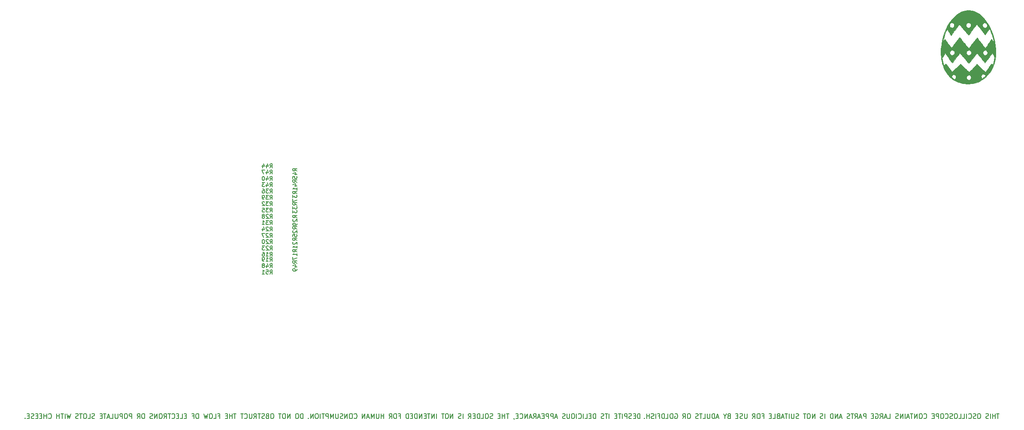
<source format=gbo>
G04 #@! TF.FileFunction,Legend,Bot*
%FSLAX46Y46*%
G04 Gerber Fmt 4.6, Leading zero omitted, Abs format (unit mm)*
G04 Created by KiCad (PCBNEW (2015-02-06 BZR 5407)-product) date Mon 09 Feb 2015 05:21:53 PM EST*
%MOMM*%
G01*
G04 APERTURE LIST*
%ADD10C,0.100000*%
%ADD11C,0.180000*%
%ADD12C,0.150000*%
%ADD13C,0.700000*%
%ADD14C,2.350000*%
%ADD15C,1.000000*%
%ADD16R,1.000000X1.000000*%
%ADD17C,2.000000*%
%ADD18C,3.000000*%
%ADD19C,9.000000*%
%ADD20R,0.600000X0.600000*%
%ADD21R,1.998980X1.998980*%
%ADD22C,1.998980*%
%ADD23R,1.524000X2.286000*%
%ADD24O,1.524000X2.286000*%
%ADD25R,1.500000X1.500000*%
%ADD26C,1.500000*%
%ADD27C,1.300000*%
%ADD28C,0.300000*%
G04 APERTURE END LIST*
D10*
D11*
X83785714Y-150952381D02*
X83785714Y-149952381D01*
X83571429Y-149952381D01*
X83442857Y-150000000D01*
X83357143Y-150095238D01*
X83314286Y-150190476D01*
X83271429Y-150380952D01*
X83271429Y-150523810D01*
X83314286Y-150714286D01*
X83357143Y-150809524D01*
X83442857Y-150904762D01*
X83571429Y-150952381D01*
X83785714Y-150952381D01*
X82714286Y-149952381D02*
X82542857Y-149952381D01*
X82457143Y-150000000D01*
X82371429Y-150095238D01*
X82328571Y-150285714D01*
X82328571Y-150619048D01*
X82371429Y-150809524D01*
X82457143Y-150904762D01*
X82542857Y-150952381D01*
X82714286Y-150952381D01*
X82800000Y-150904762D01*
X82885714Y-150809524D01*
X82928571Y-150619048D01*
X82928571Y-150285714D01*
X82885714Y-150095238D01*
X82800000Y-150000000D01*
X82714286Y-149952381D01*
X81257143Y-150952381D02*
X81257143Y-149952381D01*
X80742858Y-150952381D01*
X80742858Y-149952381D01*
X80142858Y-149952381D02*
X79971429Y-149952381D01*
X79885715Y-150000000D01*
X79800001Y-150095238D01*
X79757143Y-150285714D01*
X79757143Y-150619048D01*
X79800001Y-150809524D01*
X79885715Y-150904762D01*
X79971429Y-150952381D01*
X80142858Y-150952381D01*
X80228572Y-150904762D01*
X80314286Y-150809524D01*
X80357143Y-150619048D01*
X80357143Y-150285714D01*
X80314286Y-150095238D01*
X80228572Y-150000000D01*
X80142858Y-149952381D01*
X79500001Y-149952381D02*
X78985715Y-149952381D01*
X79242858Y-150952381D02*
X79242858Y-149952381D01*
X77828573Y-149952381D02*
X77657144Y-149952381D01*
X77571430Y-150000000D01*
X77485716Y-150095238D01*
X77442858Y-150285714D01*
X77442858Y-150619048D01*
X77485716Y-150809524D01*
X77571430Y-150904762D01*
X77657144Y-150952381D01*
X77828573Y-150952381D01*
X77914287Y-150904762D01*
X78000001Y-150809524D01*
X78042858Y-150619048D01*
X78042858Y-150285714D01*
X78000001Y-150095238D01*
X77914287Y-150000000D01*
X77828573Y-149952381D01*
X76757144Y-150428571D02*
X76628573Y-150476190D01*
X76585716Y-150523810D01*
X76542859Y-150619048D01*
X76542859Y-150761905D01*
X76585716Y-150857143D01*
X76628573Y-150904762D01*
X76714287Y-150952381D01*
X77057144Y-150952381D01*
X77057144Y-149952381D01*
X76757144Y-149952381D01*
X76671430Y-150000000D01*
X76628573Y-150047619D01*
X76585716Y-150142857D01*
X76585716Y-150238095D01*
X76628573Y-150333333D01*
X76671430Y-150380952D01*
X76757144Y-150428571D01*
X77057144Y-150428571D01*
X76200001Y-150904762D02*
X76071430Y-150952381D01*
X75857144Y-150952381D01*
X75771430Y-150904762D01*
X75728573Y-150857143D01*
X75685716Y-150761905D01*
X75685716Y-150666667D01*
X75728573Y-150571429D01*
X75771430Y-150523810D01*
X75857144Y-150476190D01*
X76028573Y-150428571D01*
X76114287Y-150380952D01*
X76157144Y-150333333D01*
X76200001Y-150238095D01*
X76200001Y-150142857D01*
X76157144Y-150047619D01*
X76114287Y-150000000D01*
X76028573Y-149952381D01*
X75814287Y-149952381D01*
X75685716Y-150000000D01*
X75428573Y-149952381D02*
X74914287Y-149952381D01*
X75171430Y-150952381D02*
X75171430Y-149952381D01*
X74100002Y-150952381D02*
X74400002Y-150476190D01*
X74614287Y-150952381D02*
X74614287Y-149952381D01*
X74271430Y-149952381D01*
X74185716Y-150000000D01*
X74142859Y-150047619D01*
X74100002Y-150142857D01*
X74100002Y-150285714D01*
X74142859Y-150380952D01*
X74185716Y-150428571D01*
X74271430Y-150476190D01*
X74614287Y-150476190D01*
X73714287Y-149952381D02*
X73714287Y-150761905D01*
X73671430Y-150857143D01*
X73628573Y-150904762D01*
X73542859Y-150952381D01*
X73371430Y-150952381D01*
X73285716Y-150904762D01*
X73242859Y-150857143D01*
X73200002Y-150761905D01*
X73200002Y-149952381D01*
X72257145Y-150857143D02*
X72300002Y-150904762D01*
X72428573Y-150952381D01*
X72514287Y-150952381D01*
X72642859Y-150904762D01*
X72728573Y-150809524D01*
X72771430Y-150714286D01*
X72814287Y-150523810D01*
X72814287Y-150380952D01*
X72771430Y-150190476D01*
X72728573Y-150095238D01*
X72642859Y-150000000D01*
X72514287Y-149952381D01*
X72428573Y-149952381D01*
X72300002Y-150000000D01*
X72257145Y-150047619D01*
X72000002Y-149952381D02*
X71485716Y-149952381D01*
X71742859Y-150952381D02*
X71742859Y-149952381D01*
X70628574Y-149952381D02*
X70114288Y-149952381D01*
X70371431Y-150952381D02*
X70371431Y-149952381D01*
X69814288Y-150952381D02*
X69814288Y-149952381D01*
X69814288Y-150428571D02*
X69300003Y-150428571D01*
X69300003Y-150952381D02*
X69300003Y-149952381D01*
X68871431Y-150428571D02*
X68571431Y-150428571D01*
X68442860Y-150952381D02*
X68871431Y-150952381D01*
X68871431Y-149952381D01*
X68442860Y-149952381D01*
X67071431Y-150428571D02*
X67371431Y-150428571D01*
X67371431Y-150952381D02*
X67371431Y-149952381D01*
X66942860Y-149952381D01*
X66171431Y-150952381D02*
X66600002Y-150952381D01*
X66600002Y-149952381D01*
X65700003Y-149952381D02*
X65528574Y-149952381D01*
X65442860Y-150000000D01*
X65357146Y-150095238D01*
X65314288Y-150285714D01*
X65314288Y-150619048D01*
X65357146Y-150809524D01*
X65442860Y-150904762D01*
X65528574Y-150952381D01*
X65700003Y-150952381D01*
X65785717Y-150904762D01*
X65871431Y-150809524D01*
X65914288Y-150619048D01*
X65914288Y-150285714D01*
X65871431Y-150095238D01*
X65785717Y-150000000D01*
X65700003Y-149952381D01*
X65014289Y-149952381D02*
X64800003Y-150952381D01*
X64628574Y-150238095D01*
X64457146Y-150952381D01*
X64242860Y-149952381D01*
X63042861Y-149952381D02*
X62871432Y-149952381D01*
X62785718Y-150000000D01*
X62700004Y-150095238D01*
X62657146Y-150285714D01*
X62657146Y-150619048D01*
X62700004Y-150809524D01*
X62785718Y-150904762D01*
X62871432Y-150952381D01*
X63042861Y-150952381D01*
X63128575Y-150904762D01*
X63214289Y-150809524D01*
X63257146Y-150619048D01*
X63257146Y-150285714D01*
X63214289Y-150095238D01*
X63128575Y-150000000D01*
X63042861Y-149952381D01*
X61971432Y-150428571D02*
X62271432Y-150428571D01*
X62271432Y-150952381D02*
X62271432Y-149952381D01*
X61842861Y-149952381D01*
X60814289Y-150428571D02*
X60514289Y-150428571D01*
X60385718Y-150952381D02*
X60814289Y-150952381D01*
X60814289Y-149952381D01*
X60385718Y-149952381D01*
X59571432Y-150952381D02*
X60000003Y-150952381D01*
X60000003Y-149952381D01*
X59271432Y-150428571D02*
X58971432Y-150428571D01*
X58842861Y-150952381D02*
X59271432Y-150952381D01*
X59271432Y-149952381D01*
X58842861Y-149952381D01*
X57942861Y-150857143D02*
X57985718Y-150904762D01*
X58114289Y-150952381D01*
X58200003Y-150952381D01*
X58328575Y-150904762D01*
X58414289Y-150809524D01*
X58457146Y-150714286D01*
X58500003Y-150523810D01*
X58500003Y-150380952D01*
X58457146Y-150190476D01*
X58414289Y-150095238D01*
X58328575Y-150000000D01*
X58200003Y-149952381D01*
X58114289Y-149952381D01*
X57985718Y-150000000D01*
X57942861Y-150047619D01*
X57685718Y-149952381D02*
X57171432Y-149952381D01*
X57428575Y-150952381D02*
X57428575Y-149952381D01*
X56357147Y-150952381D02*
X56657147Y-150476190D01*
X56871432Y-150952381D02*
X56871432Y-149952381D01*
X56528575Y-149952381D01*
X56442861Y-150000000D01*
X56400004Y-150047619D01*
X56357147Y-150142857D01*
X56357147Y-150285714D01*
X56400004Y-150380952D01*
X56442861Y-150428571D01*
X56528575Y-150476190D01*
X56871432Y-150476190D01*
X55800004Y-149952381D02*
X55628575Y-149952381D01*
X55542861Y-150000000D01*
X55457147Y-150095238D01*
X55414289Y-150285714D01*
X55414289Y-150619048D01*
X55457147Y-150809524D01*
X55542861Y-150904762D01*
X55628575Y-150952381D01*
X55800004Y-150952381D01*
X55885718Y-150904762D01*
X55971432Y-150809524D01*
X56014289Y-150619048D01*
X56014289Y-150285714D01*
X55971432Y-150095238D01*
X55885718Y-150000000D01*
X55800004Y-149952381D01*
X55028575Y-150952381D02*
X55028575Y-149952381D01*
X54514290Y-150952381D01*
X54514290Y-149952381D01*
X54128575Y-150904762D02*
X54000004Y-150952381D01*
X53785718Y-150952381D01*
X53700004Y-150904762D01*
X53657147Y-150857143D01*
X53614290Y-150761905D01*
X53614290Y-150666667D01*
X53657147Y-150571429D01*
X53700004Y-150523810D01*
X53785718Y-150476190D01*
X53957147Y-150428571D01*
X54042861Y-150380952D01*
X54085718Y-150333333D01*
X54128575Y-150238095D01*
X54128575Y-150142857D01*
X54085718Y-150047619D01*
X54042861Y-150000000D01*
X53957147Y-149952381D01*
X53742861Y-149952381D01*
X53614290Y-150000000D01*
X52371433Y-149952381D02*
X52200004Y-149952381D01*
X52114290Y-150000000D01*
X52028576Y-150095238D01*
X51985718Y-150285714D01*
X51985718Y-150619048D01*
X52028576Y-150809524D01*
X52114290Y-150904762D01*
X52200004Y-150952381D01*
X52371433Y-150952381D01*
X52457147Y-150904762D01*
X52542861Y-150809524D01*
X52585718Y-150619048D01*
X52585718Y-150285714D01*
X52542861Y-150095238D01*
X52457147Y-150000000D01*
X52371433Y-149952381D01*
X51085719Y-150952381D02*
X51385719Y-150476190D01*
X51600004Y-150952381D02*
X51600004Y-149952381D01*
X51257147Y-149952381D01*
X51171433Y-150000000D01*
X51128576Y-150047619D01*
X51085719Y-150142857D01*
X51085719Y-150285714D01*
X51128576Y-150380952D01*
X51171433Y-150428571D01*
X51257147Y-150476190D01*
X51600004Y-150476190D01*
X50014290Y-150952381D02*
X50014290Y-149952381D01*
X49671433Y-149952381D01*
X49585719Y-150000000D01*
X49542862Y-150047619D01*
X49500005Y-150142857D01*
X49500005Y-150285714D01*
X49542862Y-150380952D01*
X49585719Y-150428571D01*
X49671433Y-150476190D01*
X50014290Y-150476190D01*
X48942862Y-149952381D02*
X48771433Y-149952381D01*
X48685719Y-150000000D01*
X48600005Y-150095238D01*
X48557147Y-150285714D01*
X48557147Y-150619048D01*
X48600005Y-150809524D01*
X48685719Y-150904762D01*
X48771433Y-150952381D01*
X48942862Y-150952381D01*
X49028576Y-150904762D01*
X49114290Y-150809524D01*
X49157147Y-150619048D01*
X49157147Y-150285714D01*
X49114290Y-150095238D01*
X49028576Y-150000000D01*
X48942862Y-149952381D01*
X48171433Y-150952381D02*
X48171433Y-149952381D01*
X47828576Y-149952381D01*
X47742862Y-150000000D01*
X47700005Y-150047619D01*
X47657148Y-150142857D01*
X47657148Y-150285714D01*
X47700005Y-150380952D01*
X47742862Y-150428571D01*
X47828576Y-150476190D01*
X48171433Y-150476190D01*
X47271433Y-149952381D02*
X47271433Y-150761905D01*
X47228576Y-150857143D01*
X47185719Y-150904762D01*
X47100005Y-150952381D01*
X46928576Y-150952381D01*
X46842862Y-150904762D01*
X46800005Y-150857143D01*
X46757148Y-150761905D01*
X46757148Y-149952381D01*
X45900005Y-150952381D02*
X46328576Y-150952381D01*
X46328576Y-149952381D01*
X45642862Y-150666667D02*
X45214291Y-150666667D01*
X45728577Y-150952381D02*
X45428577Y-149952381D01*
X45128577Y-150952381D01*
X44957148Y-149952381D02*
X44442862Y-149952381D01*
X44700005Y-150952381D02*
X44700005Y-149952381D01*
X44142862Y-150428571D02*
X43842862Y-150428571D01*
X43714291Y-150952381D02*
X44142862Y-150952381D01*
X44142862Y-149952381D01*
X43714291Y-149952381D01*
X42685719Y-150904762D02*
X42557148Y-150952381D01*
X42342862Y-150952381D01*
X42257148Y-150904762D01*
X42214291Y-150857143D01*
X42171434Y-150761905D01*
X42171434Y-150666667D01*
X42214291Y-150571429D01*
X42257148Y-150523810D01*
X42342862Y-150476190D01*
X42514291Y-150428571D01*
X42600005Y-150380952D01*
X42642862Y-150333333D01*
X42685719Y-150238095D01*
X42685719Y-150142857D01*
X42642862Y-150047619D01*
X42600005Y-150000000D01*
X42514291Y-149952381D01*
X42300005Y-149952381D01*
X42171434Y-150000000D01*
X41357148Y-150952381D02*
X41785719Y-150952381D01*
X41785719Y-149952381D01*
X40885720Y-149952381D02*
X40714291Y-149952381D01*
X40628577Y-150000000D01*
X40542863Y-150095238D01*
X40500005Y-150285714D01*
X40500005Y-150619048D01*
X40542863Y-150809524D01*
X40628577Y-150904762D01*
X40714291Y-150952381D01*
X40885720Y-150952381D01*
X40971434Y-150904762D01*
X41057148Y-150809524D01*
X41100005Y-150619048D01*
X41100005Y-150285714D01*
X41057148Y-150095238D01*
X40971434Y-150000000D01*
X40885720Y-149952381D01*
X40242863Y-149952381D02*
X39728577Y-149952381D01*
X39985720Y-150952381D02*
X39985720Y-149952381D01*
X39471434Y-150904762D02*
X39342863Y-150952381D01*
X39128577Y-150952381D01*
X39042863Y-150904762D01*
X39000006Y-150857143D01*
X38957149Y-150761905D01*
X38957149Y-150666667D01*
X39000006Y-150571429D01*
X39042863Y-150523810D01*
X39128577Y-150476190D01*
X39300006Y-150428571D01*
X39385720Y-150380952D01*
X39428577Y-150333333D01*
X39471434Y-150238095D01*
X39471434Y-150142857D01*
X39428577Y-150047619D01*
X39385720Y-150000000D01*
X39300006Y-149952381D01*
X39085720Y-149952381D01*
X38957149Y-150000000D01*
X37971435Y-149952381D02*
X37757149Y-150952381D01*
X37585720Y-150238095D01*
X37414292Y-150952381D01*
X37200006Y-149952381D01*
X36857149Y-150952381D02*
X36857149Y-149952381D01*
X36557150Y-149952381D02*
X36042864Y-149952381D01*
X36300007Y-150952381D02*
X36300007Y-149952381D01*
X35742864Y-150952381D02*
X35742864Y-149952381D01*
X35742864Y-150428571D02*
X35228579Y-150428571D01*
X35228579Y-150952381D02*
X35228579Y-149952381D01*
X33600008Y-150857143D02*
X33642865Y-150904762D01*
X33771436Y-150952381D01*
X33857150Y-150952381D01*
X33985722Y-150904762D01*
X34071436Y-150809524D01*
X34114293Y-150714286D01*
X34157150Y-150523810D01*
X34157150Y-150380952D01*
X34114293Y-150190476D01*
X34071436Y-150095238D01*
X33985722Y-150000000D01*
X33857150Y-149952381D01*
X33771436Y-149952381D01*
X33642865Y-150000000D01*
X33600008Y-150047619D01*
X33214293Y-150952381D02*
X33214293Y-149952381D01*
X33214293Y-150428571D02*
X32700008Y-150428571D01*
X32700008Y-150952381D02*
X32700008Y-149952381D01*
X32271436Y-150428571D02*
X31971436Y-150428571D01*
X31842865Y-150952381D02*
X32271436Y-150952381D01*
X32271436Y-149952381D01*
X31842865Y-149952381D01*
X31457150Y-150428571D02*
X31157150Y-150428571D01*
X31028579Y-150952381D02*
X31457150Y-150952381D01*
X31457150Y-149952381D01*
X31028579Y-149952381D01*
X30685721Y-150904762D02*
X30557150Y-150952381D01*
X30342864Y-150952381D01*
X30257150Y-150904762D01*
X30214293Y-150857143D01*
X30171436Y-150761905D01*
X30171436Y-150666667D01*
X30214293Y-150571429D01*
X30257150Y-150523810D01*
X30342864Y-150476190D01*
X30514293Y-150428571D01*
X30600007Y-150380952D01*
X30642864Y-150333333D01*
X30685721Y-150238095D01*
X30685721Y-150142857D01*
X30642864Y-150047619D01*
X30600007Y-150000000D01*
X30514293Y-149952381D01*
X30300007Y-149952381D01*
X30171436Y-150000000D01*
X29785721Y-150428571D02*
X29485721Y-150428571D01*
X29357150Y-150952381D02*
X29785721Y-150952381D01*
X29785721Y-149952381D01*
X29357150Y-149952381D01*
X28971435Y-150857143D02*
X28928578Y-150904762D01*
X28971435Y-150952381D01*
X29014292Y-150904762D01*
X28971435Y-150857143D01*
X28971435Y-150952381D01*
X150285714Y-150952381D02*
X150285714Y-149952381D01*
X150071429Y-149952381D01*
X149942857Y-150000000D01*
X149857143Y-150095238D01*
X149814286Y-150190476D01*
X149771429Y-150380952D01*
X149771429Y-150523810D01*
X149814286Y-150714286D01*
X149857143Y-150809524D01*
X149942857Y-150904762D01*
X150071429Y-150952381D01*
X150285714Y-150952381D01*
X149385714Y-150428571D02*
X149085714Y-150428571D01*
X148957143Y-150952381D02*
X149385714Y-150952381D01*
X149385714Y-149952381D01*
X148957143Y-149952381D01*
X148614285Y-150904762D02*
X148485714Y-150952381D01*
X148271428Y-150952381D01*
X148185714Y-150904762D01*
X148142857Y-150857143D01*
X148100000Y-150761905D01*
X148100000Y-150666667D01*
X148142857Y-150571429D01*
X148185714Y-150523810D01*
X148271428Y-150476190D01*
X148442857Y-150428571D01*
X148528571Y-150380952D01*
X148571428Y-150333333D01*
X148614285Y-150238095D01*
X148614285Y-150142857D01*
X148571428Y-150047619D01*
X148528571Y-150000000D01*
X148442857Y-149952381D01*
X148228571Y-149952381D01*
X148100000Y-150000000D01*
X147714285Y-150952381D02*
X147714285Y-149952381D01*
X147371428Y-149952381D01*
X147285714Y-150000000D01*
X147242857Y-150047619D01*
X147200000Y-150142857D01*
X147200000Y-150285714D01*
X147242857Y-150380952D01*
X147285714Y-150428571D01*
X147371428Y-150476190D01*
X147714285Y-150476190D01*
X146814285Y-150952381D02*
X146814285Y-149952381D01*
X146514286Y-149952381D02*
X146000000Y-149952381D01*
X146257143Y-150952381D02*
X146257143Y-149952381D01*
X145700000Y-150428571D02*
X145400000Y-150428571D01*
X145271429Y-150952381D02*
X145700000Y-150952381D01*
X145700000Y-149952381D01*
X145271429Y-149952381D01*
X144200000Y-150952381D02*
X144200000Y-149952381D01*
X143900001Y-149952381D02*
X143385715Y-149952381D01*
X143642858Y-150952381D02*
X143642858Y-149952381D01*
X143128572Y-150904762D02*
X143000001Y-150952381D01*
X142785715Y-150952381D01*
X142700001Y-150904762D01*
X142657144Y-150857143D01*
X142614287Y-150761905D01*
X142614287Y-150666667D01*
X142657144Y-150571429D01*
X142700001Y-150523810D01*
X142785715Y-150476190D01*
X142957144Y-150428571D01*
X143042858Y-150380952D01*
X143085715Y-150333333D01*
X143128572Y-150238095D01*
X143128572Y-150142857D01*
X143085715Y-150047619D01*
X143042858Y-150000000D01*
X142957144Y-149952381D01*
X142742858Y-149952381D01*
X142614287Y-150000000D01*
X141542858Y-150952381D02*
X141542858Y-149952381D01*
X141328573Y-149952381D01*
X141200001Y-150000000D01*
X141114287Y-150095238D01*
X141071430Y-150190476D01*
X141028573Y-150380952D01*
X141028573Y-150523810D01*
X141071430Y-150714286D01*
X141114287Y-150809524D01*
X141200001Y-150904762D01*
X141328573Y-150952381D01*
X141542858Y-150952381D01*
X140642858Y-150428571D02*
X140342858Y-150428571D01*
X140214287Y-150952381D02*
X140642858Y-150952381D01*
X140642858Y-149952381D01*
X140214287Y-149952381D01*
X139400001Y-150952381D02*
X139828572Y-150952381D01*
X139828572Y-149952381D01*
X139100001Y-150952381D02*
X139100001Y-149952381D01*
X138157145Y-150857143D02*
X138200002Y-150904762D01*
X138328573Y-150952381D01*
X138414287Y-150952381D01*
X138542859Y-150904762D01*
X138628573Y-150809524D01*
X138671430Y-150714286D01*
X138714287Y-150523810D01*
X138714287Y-150380952D01*
X138671430Y-150190476D01*
X138628573Y-150095238D01*
X138542859Y-150000000D01*
X138414287Y-149952381D01*
X138328573Y-149952381D01*
X138200002Y-150000000D01*
X138157145Y-150047619D01*
X137771430Y-150952381D02*
X137771430Y-149952381D01*
X137171431Y-149952381D02*
X137000002Y-149952381D01*
X136914288Y-150000000D01*
X136828574Y-150095238D01*
X136785716Y-150285714D01*
X136785716Y-150619048D01*
X136828574Y-150809524D01*
X136914288Y-150904762D01*
X137000002Y-150952381D01*
X137171431Y-150952381D01*
X137257145Y-150904762D01*
X137342859Y-150809524D01*
X137385716Y-150619048D01*
X137385716Y-150285714D01*
X137342859Y-150095238D01*
X137257145Y-150000000D01*
X137171431Y-149952381D01*
X136400002Y-149952381D02*
X136400002Y-150761905D01*
X136357145Y-150857143D01*
X136314288Y-150904762D01*
X136228574Y-150952381D01*
X136057145Y-150952381D01*
X135971431Y-150904762D01*
X135928574Y-150857143D01*
X135885717Y-150761905D01*
X135885717Y-149952381D01*
X135500002Y-150904762D02*
X135371431Y-150952381D01*
X135157145Y-150952381D01*
X135071431Y-150904762D01*
X135028574Y-150857143D01*
X134985717Y-150761905D01*
X134985717Y-150666667D01*
X135028574Y-150571429D01*
X135071431Y-150523810D01*
X135157145Y-150476190D01*
X135328574Y-150428571D01*
X135414288Y-150380952D01*
X135457145Y-150333333D01*
X135500002Y-150238095D01*
X135500002Y-150142857D01*
X135457145Y-150047619D01*
X135414288Y-150000000D01*
X135328574Y-149952381D01*
X135114288Y-149952381D01*
X134985717Y-150000000D01*
X133957145Y-150666667D02*
X133528574Y-150666667D01*
X134042860Y-150952381D02*
X133742860Y-149952381D01*
X133442860Y-150952381D01*
X133142859Y-150952381D02*
X133142859Y-149952381D01*
X132800002Y-149952381D01*
X132714288Y-150000000D01*
X132671431Y-150047619D01*
X132628574Y-150142857D01*
X132628574Y-150285714D01*
X132671431Y-150380952D01*
X132714288Y-150428571D01*
X132800002Y-150476190D01*
X133142859Y-150476190D01*
X132242859Y-150952381D02*
X132242859Y-149952381D01*
X131900002Y-149952381D01*
X131814288Y-150000000D01*
X131771431Y-150047619D01*
X131728574Y-150142857D01*
X131728574Y-150285714D01*
X131771431Y-150380952D01*
X131814288Y-150428571D01*
X131900002Y-150476190D01*
X132242859Y-150476190D01*
X131342859Y-150428571D02*
X131042859Y-150428571D01*
X130914288Y-150952381D02*
X131342859Y-150952381D01*
X131342859Y-149952381D01*
X130914288Y-149952381D01*
X130571430Y-150666667D02*
X130142859Y-150666667D01*
X130657145Y-150952381D02*
X130357145Y-149952381D01*
X130057145Y-150952381D01*
X129242859Y-150952381D02*
X129542859Y-150476190D01*
X129757144Y-150952381D02*
X129757144Y-149952381D01*
X129414287Y-149952381D01*
X129328573Y-150000000D01*
X129285716Y-150047619D01*
X129242859Y-150142857D01*
X129242859Y-150285714D01*
X129285716Y-150380952D01*
X129328573Y-150428571D01*
X129414287Y-150476190D01*
X129757144Y-150476190D01*
X128900001Y-150666667D02*
X128471430Y-150666667D01*
X128985716Y-150952381D02*
X128685716Y-149952381D01*
X128385716Y-150952381D01*
X128085715Y-150952381D02*
X128085715Y-149952381D01*
X127571430Y-150952381D01*
X127571430Y-149952381D01*
X126628573Y-150857143D02*
X126671430Y-150904762D01*
X126800001Y-150952381D01*
X126885715Y-150952381D01*
X127014287Y-150904762D01*
X127100001Y-150809524D01*
X127142858Y-150714286D01*
X127185715Y-150523810D01*
X127185715Y-150380952D01*
X127142858Y-150190476D01*
X127100001Y-150095238D01*
X127014287Y-150000000D01*
X126885715Y-149952381D01*
X126800001Y-149952381D01*
X126671430Y-150000000D01*
X126628573Y-150047619D01*
X126242858Y-150428571D02*
X125942858Y-150428571D01*
X125814287Y-150952381D02*
X126242858Y-150952381D01*
X126242858Y-149952381D01*
X125814287Y-149952381D01*
X125385715Y-150904762D02*
X125385715Y-150952381D01*
X125428572Y-151047619D01*
X125471429Y-151095238D01*
X124442859Y-149952381D02*
X123928573Y-149952381D01*
X124185716Y-150952381D02*
X124185716Y-149952381D01*
X123628573Y-150952381D02*
X123628573Y-149952381D01*
X123628573Y-150428571D02*
X123114288Y-150428571D01*
X123114288Y-150952381D02*
X123114288Y-149952381D01*
X122685716Y-150428571D02*
X122385716Y-150428571D01*
X122257145Y-150952381D02*
X122685716Y-150952381D01*
X122685716Y-149952381D01*
X122257145Y-149952381D01*
X121228573Y-150904762D02*
X121100002Y-150952381D01*
X120885716Y-150952381D01*
X120800002Y-150904762D01*
X120757145Y-150857143D01*
X120714288Y-150761905D01*
X120714288Y-150666667D01*
X120757145Y-150571429D01*
X120800002Y-150523810D01*
X120885716Y-150476190D01*
X121057145Y-150428571D01*
X121142859Y-150380952D01*
X121185716Y-150333333D01*
X121228573Y-150238095D01*
X121228573Y-150142857D01*
X121185716Y-150047619D01*
X121142859Y-150000000D01*
X121057145Y-149952381D01*
X120842859Y-149952381D01*
X120714288Y-150000000D01*
X120157145Y-149952381D02*
X119985716Y-149952381D01*
X119900002Y-150000000D01*
X119814288Y-150095238D01*
X119771430Y-150285714D01*
X119771430Y-150619048D01*
X119814288Y-150809524D01*
X119900002Y-150904762D01*
X119985716Y-150952381D01*
X120157145Y-150952381D01*
X120242859Y-150904762D01*
X120328573Y-150809524D01*
X120371430Y-150619048D01*
X120371430Y-150285714D01*
X120328573Y-150095238D01*
X120242859Y-150000000D01*
X120157145Y-149952381D01*
X118957145Y-150952381D02*
X119385716Y-150952381D01*
X119385716Y-149952381D01*
X118657145Y-150952381D02*
X118657145Y-149952381D01*
X118442860Y-149952381D01*
X118314288Y-150000000D01*
X118228574Y-150095238D01*
X118185717Y-150190476D01*
X118142860Y-150380952D01*
X118142860Y-150523810D01*
X118185717Y-150714286D01*
X118228574Y-150809524D01*
X118314288Y-150904762D01*
X118442860Y-150952381D01*
X118657145Y-150952381D01*
X117757145Y-150428571D02*
X117457145Y-150428571D01*
X117328574Y-150952381D02*
X117757145Y-150952381D01*
X117757145Y-149952381D01*
X117328574Y-149952381D01*
X116428574Y-150952381D02*
X116728574Y-150476190D01*
X116942859Y-150952381D02*
X116942859Y-149952381D01*
X116600002Y-149952381D01*
X116514288Y-150000000D01*
X116471431Y-150047619D01*
X116428574Y-150142857D01*
X116428574Y-150285714D01*
X116471431Y-150380952D01*
X116514288Y-150428571D01*
X116600002Y-150476190D01*
X116942859Y-150476190D01*
X115357145Y-150952381D02*
X115357145Y-149952381D01*
X114971431Y-150904762D02*
X114842860Y-150952381D01*
X114628574Y-150952381D01*
X114542860Y-150904762D01*
X114500003Y-150857143D01*
X114457146Y-150761905D01*
X114457146Y-150666667D01*
X114500003Y-150571429D01*
X114542860Y-150523810D01*
X114628574Y-150476190D01*
X114800003Y-150428571D01*
X114885717Y-150380952D01*
X114928574Y-150333333D01*
X114971431Y-150238095D01*
X114971431Y-150142857D01*
X114928574Y-150047619D01*
X114885717Y-150000000D01*
X114800003Y-149952381D01*
X114585717Y-149952381D01*
X114457146Y-150000000D01*
X113385717Y-150952381D02*
X113385717Y-149952381D01*
X112871432Y-150952381D01*
X112871432Y-149952381D01*
X112271432Y-149952381D02*
X112100003Y-149952381D01*
X112014289Y-150000000D01*
X111928575Y-150095238D01*
X111885717Y-150285714D01*
X111885717Y-150619048D01*
X111928575Y-150809524D01*
X112014289Y-150904762D01*
X112100003Y-150952381D01*
X112271432Y-150952381D01*
X112357146Y-150904762D01*
X112442860Y-150809524D01*
X112485717Y-150619048D01*
X112485717Y-150285714D01*
X112442860Y-150095238D01*
X112357146Y-150000000D01*
X112271432Y-149952381D01*
X111628575Y-149952381D02*
X111114289Y-149952381D01*
X111371432Y-150952381D02*
X111371432Y-149952381D01*
X110128575Y-150952381D02*
X110128575Y-149952381D01*
X109700004Y-150952381D02*
X109700004Y-149952381D01*
X109185719Y-150952381D01*
X109185719Y-149952381D01*
X108885719Y-149952381D02*
X108371433Y-149952381D01*
X108628576Y-150952381D02*
X108628576Y-149952381D01*
X108071433Y-150428571D02*
X107771433Y-150428571D01*
X107642862Y-150952381D02*
X108071433Y-150952381D01*
X108071433Y-149952381D01*
X107642862Y-149952381D01*
X107257147Y-150952381D02*
X107257147Y-149952381D01*
X106742862Y-150952381D01*
X106742862Y-149952381D01*
X106314290Y-150952381D02*
X106314290Y-149952381D01*
X106100005Y-149952381D01*
X105971433Y-150000000D01*
X105885719Y-150095238D01*
X105842862Y-150190476D01*
X105800005Y-150380952D01*
X105800005Y-150523810D01*
X105842862Y-150714286D01*
X105885719Y-150809524D01*
X105971433Y-150904762D01*
X106100005Y-150952381D01*
X106314290Y-150952381D01*
X105414290Y-150428571D02*
X105114290Y-150428571D01*
X104985719Y-150952381D02*
X105414290Y-150952381D01*
X105414290Y-149952381D01*
X104985719Y-149952381D01*
X104600004Y-150952381D02*
X104600004Y-149952381D01*
X104385719Y-149952381D01*
X104257147Y-150000000D01*
X104171433Y-150095238D01*
X104128576Y-150190476D01*
X104085719Y-150380952D01*
X104085719Y-150523810D01*
X104128576Y-150714286D01*
X104171433Y-150809524D01*
X104257147Y-150904762D01*
X104385719Y-150952381D01*
X104600004Y-150952381D01*
X102714290Y-150428571D02*
X103014290Y-150428571D01*
X103014290Y-150952381D02*
X103014290Y-149952381D01*
X102585719Y-149952381D01*
X102071433Y-149952381D02*
X101900004Y-149952381D01*
X101814290Y-150000000D01*
X101728576Y-150095238D01*
X101685718Y-150285714D01*
X101685718Y-150619048D01*
X101728576Y-150809524D01*
X101814290Y-150904762D01*
X101900004Y-150952381D01*
X102071433Y-150952381D01*
X102157147Y-150904762D01*
X102242861Y-150809524D01*
X102285718Y-150619048D01*
X102285718Y-150285714D01*
X102242861Y-150095238D01*
X102157147Y-150000000D01*
X102071433Y-149952381D01*
X100785719Y-150952381D02*
X101085719Y-150476190D01*
X101300004Y-150952381D02*
X101300004Y-149952381D01*
X100957147Y-149952381D01*
X100871433Y-150000000D01*
X100828576Y-150047619D01*
X100785719Y-150142857D01*
X100785719Y-150285714D01*
X100828576Y-150380952D01*
X100871433Y-150428571D01*
X100957147Y-150476190D01*
X101300004Y-150476190D01*
X99714290Y-150952381D02*
X99714290Y-149952381D01*
X99714290Y-150428571D02*
X99200005Y-150428571D01*
X99200005Y-150952381D02*
X99200005Y-149952381D01*
X98771433Y-149952381D02*
X98771433Y-150761905D01*
X98728576Y-150857143D01*
X98685719Y-150904762D01*
X98600005Y-150952381D01*
X98428576Y-150952381D01*
X98342862Y-150904762D01*
X98300005Y-150857143D01*
X98257148Y-150761905D01*
X98257148Y-149952381D01*
X97828576Y-150952381D02*
X97828576Y-149952381D01*
X97528576Y-150666667D01*
X97228576Y-149952381D01*
X97228576Y-150952381D01*
X96842862Y-150666667D02*
X96414291Y-150666667D01*
X96928577Y-150952381D02*
X96628577Y-149952381D01*
X96328577Y-150952381D01*
X96028576Y-150952381D02*
X96028576Y-149952381D01*
X95514291Y-150952381D01*
X95514291Y-149952381D01*
X93885720Y-150857143D02*
X93928577Y-150904762D01*
X94057148Y-150952381D01*
X94142862Y-150952381D01*
X94271434Y-150904762D01*
X94357148Y-150809524D01*
X94400005Y-150714286D01*
X94442862Y-150523810D01*
X94442862Y-150380952D01*
X94400005Y-150190476D01*
X94357148Y-150095238D01*
X94271434Y-150000000D01*
X94142862Y-149952381D01*
X94057148Y-149952381D01*
X93928577Y-150000000D01*
X93885720Y-150047619D01*
X93328577Y-149952381D02*
X93157148Y-149952381D01*
X93071434Y-150000000D01*
X92985720Y-150095238D01*
X92942862Y-150285714D01*
X92942862Y-150619048D01*
X92985720Y-150809524D01*
X93071434Y-150904762D01*
X93157148Y-150952381D01*
X93328577Y-150952381D01*
X93414291Y-150904762D01*
X93500005Y-150809524D01*
X93542862Y-150619048D01*
X93542862Y-150285714D01*
X93500005Y-150095238D01*
X93414291Y-150000000D01*
X93328577Y-149952381D01*
X92557148Y-150952381D02*
X92557148Y-149952381D01*
X92042863Y-150952381D01*
X92042863Y-149952381D01*
X91657148Y-150904762D02*
X91528577Y-150952381D01*
X91314291Y-150952381D01*
X91228577Y-150904762D01*
X91185720Y-150857143D01*
X91142863Y-150761905D01*
X91142863Y-150666667D01*
X91185720Y-150571429D01*
X91228577Y-150523810D01*
X91314291Y-150476190D01*
X91485720Y-150428571D01*
X91571434Y-150380952D01*
X91614291Y-150333333D01*
X91657148Y-150238095D01*
X91657148Y-150142857D01*
X91614291Y-150047619D01*
X91571434Y-150000000D01*
X91485720Y-149952381D01*
X91271434Y-149952381D01*
X91142863Y-150000000D01*
X90757148Y-149952381D02*
X90757148Y-150761905D01*
X90714291Y-150857143D01*
X90671434Y-150904762D01*
X90585720Y-150952381D01*
X90414291Y-150952381D01*
X90328577Y-150904762D01*
X90285720Y-150857143D01*
X90242863Y-150761905D01*
X90242863Y-149952381D01*
X89814291Y-150952381D02*
X89814291Y-149952381D01*
X89514291Y-150666667D01*
X89214291Y-149952381D01*
X89214291Y-150952381D01*
X88785720Y-150952381D02*
X88785720Y-149952381D01*
X88442863Y-149952381D01*
X88357149Y-150000000D01*
X88314292Y-150047619D01*
X88271435Y-150142857D01*
X88271435Y-150285714D01*
X88314292Y-150380952D01*
X88357149Y-150428571D01*
X88442863Y-150476190D01*
X88785720Y-150476190D01*
X88014292Y-149952381D02*
X87500006Y-149952381D01*
X87757149Y-150952381D02*
X87757149Y-149952381D01*
X87200006Y-150952381D02*
X87200006Y-149952381D01*
X86600007Y-149952381D02*
X86428578Y-149952381D01*
X86342864Y-150000000D01*
X86257150Y-150095238D01*
X86214292Y-150285714D01*
X86214292Y-150619048D01*
X86257150Y-150809524D01*
X86342864Y-150904762D01*
X86428578Y-150952381D01*
X86600007Y-150952381D01*
X86685721Y-150904762D01*
X86771435Y-150809524D01*
X86814292Y-150619048D01*
X86814292Y-150285714D01*
X86771435Y-150095238D01*
X86685721Y-150000000D01*
X86600007Y-149952381D01*
X85828578Y-150952381D02*
X85828578Y-149952381D01*
X85314293Y-150952381D01*
X85314293Y-149952381D01*
X84885721Y-150857143D02*
X84842864Y-150904762D01*
X84885721Y-150952381D01*
X84928578Y-150904762D01*
X84885721Y-150857143D01*
X84885721Y-150952381D01*
X221164286Y-149952381D02*
X220650000Y-149952381D01*
X220907143Y-150952381D02*
X220907143Y-149952381D01*
X220350000Y-150952381D02*
X220350000Y-149952381D01*
X220350000Y-150428571D02*
X219835715Y-150428571D01*
X219835715Y-150952381D02*
X219835715Y-149952381D01*
X219407143Y-150952381D02*
X219407143Y-149952381D01*
X219021429Y-150904762D02*
X218892858Y-150952381D01*
X218678572Y-150952381D01*
X218592858Y-150904762D01*
X218550001Y-150857143D01*
X218507144Y-150761905D01*
X218507144Y-150666667D01*
X218550001Y-150571429D01*
X218592858Y-150523810D01*
X218678572Y-150476190D01*
X218850001Y-150428571D01*
X218935715Y-150380952D01*
X218978572Y-150333333D01*
X219021429Y-150238095D01*
X219021429Y-150142857D01*
X218978572Y-150047619D01*
X218935715Y-150000000D01*
X218850001Y-149952381D01*
X218635715Y-149952381D01*
X218507144Y-150000000D01*
X217264287Y-149952381D02*
X217092858Y-149952381D01*
X217007144Y-150000000D01*
X216921430Y-150095238D01*
X216878572Y-150285714D01*
X216878572Y-150619048D01*
X216921430Y-150809524D01*
X217007144Y-150904762D01*
X217092858Y-150952381D01*
X217264287Y-150952381D01*
X217350001Y-150904762D01*
X217435715Y-150809524D01*
X217478572Y-150619048D01*
X217478572Y-150285714D01*
X217435715Y-150095238D01*
X217350001Y-150000000D01*
X217264287Y-149952381D01*
X216535715Y-150904762D02*
X216407144Y-150952381D01*
X216192858Y-150952381D01*
X216107144Y-150904762D01*
X216064287Y-150857143D01*
X216021430Y-150761905D01*
X216021430Y-150666667D01*
X216064287Y-150571429D01*
X216107144Y-150523810D01*
X216192858Y-150476190D01*
X216364287Y-150428571D01*
X216450001Y-150380952D01*
X216492858Y-150333333D01*
X216535715Y-150238095D01*
X216535715Y-150142857D01*
X216492858Y-150047619D01*
X216450001Y-150000000D01*
X216364287Y-149952381D01*
X216150001Y-149952381D01*
X216021430Y-150000000D01*
X215121430Y-150857143D02*
X215164287Y-150904762D01*
X215292858Y-150952381D01*
X215378572Y-150952381D01*
X215507144Y-150904762D01*
X215592858Y-150809524D01*
X215635715Y-150714286D01*
X215678572Y-150523810D01*
X215678572Y-150380952D01*
X215635715Y-150190476D01*
X215592858Y-150095238D01*
X215507144Y-150000000D01*
X215378572Y-149952381D01*
X215292858Y-149952381D01*
X215164287Y-150000000D01*
X215121430Y-150047619D01*
X214735715Y-150952381D02*
X214735715Y-149952381D01*
X213878573Y-150952381D02*
X214307144Y-150952381D01*
X214307144Y-149952381D01*
X213150002Y-150952381D02*
X213578573Y-150952381D01*
X213578573Y-149952381D01*
X212678574Y-149952381D02*
X212507145Y-149952381D01*
X212421431Y-150000000D01*
X212335717Y-150095238D01*
X212292859Y-150285714D01*
X212292859Y-150619048D01*
X212335717Y-150809524D01*
X212421431Y-150904762D01*
X212507145Y-150952381D01*
X212678574Y-150952381D01*
X212764288Y-150904762D01*
X212850002Y-150809524D01*
X212892859Y-150619048D01*
X212892859Y-150285714D01*
X212850002Y-150095238D01*
X212764288Y-150000000D01*
X212678574Y-149952381D01*
X211950002Y-150904762D02*
X211821431Y-150952381D01*
X211607145Y-150952381D01*
X211521431Y-150904762D01*
X211478574Y-150857143D01*
X211435717Y-150761905D01*
X211435717Y-150666667D01*
X211478574Y-150571429D01*
X211521431Y-150523810D01*
X211607145Y-150476190D01*
X211778574Y-150428571D01*
X211864288Y-150380952D01*
X211907145Y-150333333D01*
X211950002Y-150238095D01*
X211950002Y-150142857D01*
X211907145Y-150047619D01*
X211864288Y-150000000D01*
X211778574Y-149952381D01*
X211564288Y-149952381D01*
X211435717Y-150000000D01*
X210535717Y-150857143D02*
X210578574Y-150904762D01*
X210707145Y-150952381D01*
X210792859Y-150952381D01*
X210921431Y-150904762D01*
X211007145Y-150809524D01*
X211050002Y-150714286D01*
X211092859Y-150523810D01*
X211092859Y-150380952D01*
X211050002Y-150190476D01*
X211007145Y-150095238D01*
X210921431Y-150000000D01*
X210792859Y-149952381D01*
X210707145Y-149952381D01*
X210578574Y-150000000D01*
X210535717Y-150047619D01*
X209978574Y-149952381D02*
X209807145Y-149952381D01*
X209721431Y-150000000D01*
X209635717Y-150095238D01*
X209592859Y-150285714D01*
X209592859Y-150619048D01*
X209635717Y-150809524D01*
X209721431Y-150904762D01*
X209807145Y-150952381D01*
X209978574Y-150952381D01*
X210064288Y-150904762D01*
X210150002Y-150809524D01*
X210192859Y-150619048D01*
X210192859Y-150285714D01*
X210150002Y-150095238D01*
X210064288Y-150000000D01*
X209978574Y-149952381D01*
X209207145Y-150952381D02*
X209207145Y-149952381D01*
X208864288Y-149952381D01*
X208778574Y-150000000D01*
X208735717Y-150047619D01*
X208692860Y-150142857D01*
X208692860Y-150285714D01*
X208735717Y-150380952D01*
X208778574Y-150428571D01*
X208864288Y-150476190D01*
X209207145Y-150476190D01*
X208307145Y-150428571D02*
X208007145Y-150428571D01*
X207878574Y-150952381D02*
X208307145Y-150952381D01*
X208307145Y-149952381D01*
X207878574Y-149952381D01*
X206292860Y-150857143D02*
X206335717Y-150904762D01*
X206464288Y-150952381D01*
X206550002Y-150952381D01*
X206678574Y-150904762D01*
X206764288Y-150809524D01*
X206807145Y-150714286D01*
X206850002Y-150523810D01*
X206850002Y-150380952D01*
X206807145Y-150190476D01*
X206764288Y-150095238D01*
X206678574Y-150000000D01*
X206550002Y-149952381D01*
X206464288Y-149952381D01*
X206335717Y-150000000D01*
X206292860Y-150047619D01*
X205735717Y-149952381D02*
X205564288Y-149952381D01*
X205478574Y-150000000D01*
X205392860Y-150095238D01*
X205350002Y-150285714D01*
X205350002Y-150619048D01*
X205392860Y-150809524D01*
X205478574Y-150904762D01*
X205564288Y-150952381D01*
X205735717Y-150952381D01*
X205821431Y-150904762D01*
X205907145Y-150809524D01*
X205950002Y-150619048D01*
X205950002Y-150285714D01*
X205907145Y-150095238D01*
X205821431Y-150000000D01*
X205735717Y-149952381D01*
X204964288Y-150952381D02*
X204964288Y-149952381D01*
X204450003Y-150952381D01*
X204450003Y-149952381D01*
X204150003Y-149952381D02*
X203635717Y-149952381D01*
X203892860Y-150952381D02*
X203892860Y-149952381D01*
X203378574Y-150666667D02*
X202950003Y-150666667D01*
X203464289Y-150952381D02*
X203164289Y-149952381D01*
X202864289Y-150952381D01*
X202564288Y-150952381D02*
X202564288Y-149952381D01*
X202135717Y-150952381D02*
X202135717Y-149952381D01*
X201621432Y-150952381D01*
X201621432Y-149952381D01*
X201235717Y-150904762D02*
X201107146Y-150952381D01*
X200892860Y-150952381D01*
X200807146Y-150904762D01*
X200764289Y-150857143D01*
X200721432Y-150761905D01*
X200721432Y-150666667D01*
X200764289Y-150571429D01*
X200807146Y-150523810D01*
X200892860Y-150476190D01*
X201064289Y-150428571D01*
X201150003Y-150380952D01*
X201192860Y-150333333D01*
X201235717Y-150238095D01*
X201235717Y-150142857D01*
X201192860Y-150047619D01*
X201150003Y-150000000D01*
X201064289Y-149952381D01*
X200850003Y-149952381D01*
X200721432Y-150000000D01*
X199221432Y-150952381D02*
X199650003Y-150952381D01*
X199650003Y-149952381D01*
X198964289Y-150666667D02*
X198535718Y-150666667D01*
X199050004Y-150952381D02*
X198750004Y-149952381D01*
X198450004Y-150952381D01*
X197635718Y-150952381D02*
X197935718Y-150476190D01*
X198150003Y-150952381D02*
X198150003Y-149952381D01*
X197807146Y-149952381D01*
X197721432Y-150000000D01*
X197678575Y-150047619D01*
X197635718Y-150142857D01*
X197635718Y-150285714D01*
X197678575Y-150380952D01*
X197721432Y-150428571D01*
X197807146Y-150476190D01*
X198150003Y-150476190D01*
X196778575Y-150000000D02*
X196864289Y-149952381D01*
X196992860Y-149952381D01*
X197121432Y-150000000D01*
X197207146Y-150095238D01*
X197250003Y-150190476D01*
X197292860Y-150380952D01*
X197292860Y-150523810D01*
X197250003Y-150714286D01*
X197207146Y-150809524D01*
X197121432Y-150904762D01*
X196992860Y-150952381D01*
X196907146Y-150952381D01*
X196778575Y-150904762D01*
X196735718Y-150857143D01*
X196735718Y-150523810D01*
X196907146Y-150523810D01*
X196350003Y-150428571D02*
X196050003Y-150428571D01*
X195921432Y-150952381D02*
X196350003Y-150952381D01*
X196350003Y-149952381D01*
X195921432Y-149952381D01*
X194850003Y-150952381D02*
X194850003Y-149952381D01*
X194507146Y-149952381D01*
X194421432Y-150000000D01*
X194378575Y-150047619D01*
X194335718Y-150142857D01*
X194335718Y-150285714D01*
X194378575Y-150380952D01*
X194421432Y-150428571D01*
X194507146Y-150476190D01*
X194850003Y-150476190D01*
X193992860Y-150666667D02*
X193564289Y-150666667D01*
X194078575Y-150952381D02*
X193778575Y-149952381D01*
X193478575Y-150952381D01*
X192664289Y-150952381D02*
X192964289Y-150476190D01*
X193178574Y-150952381D02*
X193178574Y-149952381D01*
X192835717Y-149952381D01*
X192750003Y-150000000D01*
X192707146Y-150047619D01*
X192664289Y-150142857D01*
X192664289Y-150285714D01*
X192707146Y-150380952D01*
X192750003Y-150428571D01*
X192835717Y-150476190D01*
X193178574Y-150476190D01*
X192407146Y-149952381D02*
X191892860Y-149952381D01*
X192150003Y-150952381D02*
X192150003Y-149952381D01*
X191635717Y-150904762D02*
X191507146Y-150952381D01*
X191292860Y-150952381D01*
X191207146Y-150904762D01*
X191164289Y-150857143D01*
X191121432Y-150761905D01*
X191121432Y-150666667D01*
X191164289Y-150571429D01*
X191207146Y-150523810D01*
X191292860Y-150476190D01*
X191464289Y-150428571D01*
X191550003Y-150380952D01*
X191592860Y-150333333D01*
X191635717Y-150238095D01*
X191635717Y-150142857D01*
X191592860Y-150047619D01*
X191550003Y-150000000D01*
X191464289Y-149952381D01*
X191250003Y-149952381D01*
X191121432Y-150000000D01*
X190092860Y-150666667D02*
X189664289Y-150666667D01*
X190178575Y-150952381D02*
X189878575Y-149952381D01*
X189578575Y-150952381D01*
X189278574Y-150952381D02*
X189278574Y-149952381D01*
X188764289Y-150952381D01*
X188764289Y-149952381D01*
X188335717Y-150952381D02*
X188335717Y-149952381D01*
X188121432Y-149952381D01*
X187992860Y-150000000D01*
X187907146Y-150095238D01*
X187864289Y-150190476D01*
X187821432Y-150380952D01*
X187821432Y-150523810D01*
X187864289Y-150714286D01*
X187907146Y-150809524D01*
X187992860Y-150904762D01*
X188121432Y-150952381D01*
X188335717Y-150952381D01*
X186750003Y-150952381D02*
X186750003Y-149952381D01*
X186364289Y-150904762D02*
X186235718Y-150952381D01*
X186021432Y-150952381D01*
X185935718Y-150904762D01*
X185892861Y-150857143D01*
X185850004Y-150761905D01*
X185850004Y-150666667D01*
X185892861Y-150571429D01*
X185935718Y-150523810D01*
X186021432Y-150476190D01*
X186192861Y-150428571D01*
X186278575Y-150380952D01*
X186321432Y-150333333D01*
X186364289Y-150238095D01*
X186364289Y-150142857D01*
X186321432Y-150047619D01*
X186278575Y-150000000D01*
X186192861Y-149952381D01*
X185978575Y-149952381D01*
X185850004Y-150000000D01*
X184778575Y-150952381D02*
X184778575Y-149952381D01*
X184264290Y-150952381D01*
X184264290Y-149952381D01*
X183664290Y-149952381D02*
X183492861Y-149952381D01*
X183407147Y-150000000D01*
X183321433Y-150095238D01*
X183278575Y-150285714D01*
X183278575Y-150619048D01*
X183321433Y-150809524D01*
X183407147Y-150904762D01*
X183492861Y-150952381D01*
X183664290Y-150952381D01*
X183750004Y-150904762D01*
X183835718Y-150809524D01*
X183878575Y-150619048D01*
X183878575Y-150285714D01*
X183835718Y-150095238D01*
X183750004Y-150000000D01*
X183664290Y-149952381D01*
X183021433Y-149952381D02*
X182507147Y-149952381D01*
X182764290Y-150952381D02*
X182764290Y-149952381D01*
X181564290Y-150904762D02*
X181435719Y-150952381D01*
X181221433Y-150952381D01*
X181135719Y-150904762D01*
X181092862Y-150857143D01*
X181050005Y-150761905D01*
X181050005Y-150666667D01*
X181092862Y-150571429D01*
X181135719Y-150523810D01*
X181221433Y-150476190D01*
X181392862Y-150428571D01*
X181478576Y-150380952D01*
X181521433Y-150333333D01*
X181564290Y-150238095D01*
X181564290Y-150142857D01*
X181521433Y-150047619D01*
X181478576Y-150000000D01*
X181392862Y-149952381D01*
X181178576Y-149952381D01*
X181050005Y-150000000D01*
X180664290Y-149952381D02*
X180664290Y-150761905D01*
X180621433Y-150857143D01*
X180578576Y-150904762D01*
X180492862Y-150952381D01*
X180321433Y-150952381D01*
X180235719Y-150904762D01*
X180192862Y-150857143D01*
X180150005Y-150761905D01*
X180150005Y-149952381D01*
X179721433Y-150952381D02*
X179721433Y-149952381D01*
X179421434Y-149952381D02*
X178907148Y-149952381D01*
X179164291Y-150952381D02*
X179164291Y-149952381D01*
X178650005Y-150666667D02*
X178221434Y-150666667D01*
X178735720Y-150952381D02*
X178435720Y-149952381D01*
X178135720Y-150952381D01*
X177535719Y-150428571D02*
X177407148Y-150476190D01*
X177364291Y-150523810D01*
X177321434Y-150619048D01*
X177321434Y-150761905D01*
X177364291Y-150857143D01*
X177407148Y-150904762D01*
X177492862Y-150952381D01*
X177835719Y-150952381D01*
X177835719Y-149952381D01*
X177535719Y-149952381D01*
X177450005Y-150000000D01*
X177407148Y-150047619D01*
X177364291Y-150142857D01*
X177364291Y-150238095D01*
X177407148Y-150333333D01*
X177450005Y-150380952D01*
X177535719Y-150428571D01*
X177835719Y-150428571D01*
X176507148Y-150952381D02*
X176935719Y-150952381D01*
X176935719Y-149952381D01*
X176207148Y-150428571D02*
X175907148Y-150428571D01*
X175778577Y-150952381D02*
X176207148Y-150952381D01*
X176207148Y-149952381D01*
X175778577Y-149952381D01*
X174407148Y-150428571D02*
X174707148Y-150428571D01*
X174707148Y-150952381D02*
X174707148Y-149952381D01*
X174278577Y-149952381D01*
X173764291Y-149952381D02*
X173592862Y-149952381D01*
X173507148Y-150000000D01*
X173421434Y-150095238D01*
X173378576Y-150285714D01*
X173378576Y-150619048D01*
X173421434Y-150809524D01*
X173507148Y-150904762D01*
X173592862Y-150952381D01*
X173764291Y-150952381D01*
X173850005Y-150904762D01*
X173935719Y-150809524D01*
X173978576Y-150619048D01*
X173978576Y-150285714D01*
X173935719Y-150095238D01*
X173850005Y-150000000D01*
X173764291Y-149952381D01*
X172478577Y-150952381D02*
X172778577Y-150476190D01*
X172992862Y-150952381D02*
X172992862Y-149952381D01*
X172650005Y-149952381D01*
X172564291Y-150000000D01*
X172521434Y-150047619D01*
X172478577Y-150142857D01*
X172478577Y-150285714D01*
X172521434Y-150380952D01*
X172564291Y-150428571D01*
X172650005Y-150476190D01*
X172992862Y-150476190D01*
X171407148Y-149952381D02*
X171407148Y-150761905D01*
X171364291Y-150857143D01*
X171321434Y-150904762D01*
X171235720Y-150952381D01*
X171064291Y-150952381D01*
X170978577Y-150904762D01*
X170935720Y-150857143D01*
X170892863Y-150761905D01*
X170892863Y-149952381D01*
X170507148Y-150904762D02*
X170378577Y-150952381D01*
X170164291Y-150952381D01*
X170078577Y-150904762D01*
X170035720Y-150857143D01*
X169992863Y-150761905D01*
X169992863Y-150666667D01*
X170035720Y-150571429D01*
X170078577Y-150523810D01*
X170164291Y-150476190D01*
X170335720Y-150428571D01*
X170421434Y-150380952D01*
X170464291Y-150333333D01*
X170507148Y-150238095D01*
X170507148Y-150142857D01*
X170464291Y-150047619D01*
X170421434Y-150000000D01*
X170335720Y-149952381D01*
X170121434Y-149952381D01*
X169992863Y-150000000D01*
X169607148Y-150428571D02*
X169307148Y-150428571D01*
X169178577Y-150952381D02*
X169607148Y-150952381D01*
X169607148Y-149952381D01*
X169178577Y-149952381D01*
X167807148Y-150428571D02*
X167678577Y-150476190D01*
X167635720Y-150523810D01*
X167592863Y-150619048D01*
X167592863Y-150761905D01*
X167635720Y-150857143D01*
X167678577Y-150904762D01*
X167764291Y-150952381D01*
X168107148Y-150952381D01*
X168107148Y-149952381D01*
X167807148Y-149952381D01*
X167721434Y-150000000D01*
X167678577Y-150047619D01*
X167635720Y-150142857D01*
X167635720Y-150238095D01*
X167678577Y-150333333D01*
X167721434Y-150380952D01*
X167807148Y-150428571D01*
X168107148Y-150428571D01*
X167035720Y-150476190D02*
X167035720Y-150952381D01*
X167335720Y-149952381D02*
X167035720Y-150476190D01*
X166735720Y-149952381D01*
X165792862Y-150666667D02*
X165364291Y-150666667D01*
X165878577Y-150952381D02*
X165578577Y-149952381D01*
X165278577Y-150952381D01*
X164978576Y-150952381D02*
X164978576Y-149952381D01*
X164764291Y-149952381D01*
X164635719Y-150000000D01*
X164550005Y-150095238D01*
X164507148Y-150190476D01*
X164464291Y-150380952D01*
X164464291Y-150523810D01*
X164507148Y-150714286D01*
X164550005Y-150809524D01*
X164635719Y-150904762D01*
X164764291Y-150952381D01*
X164978576Y-150952381D01*
X164078576Y-149952381D02*
X164078576Y-150761905D01*
X164035719Y-150857143D01*
X163992862Y-150904762D01*
X163907148Y-150952381D01*
X163735719Y-150952381D01*
X163650005Y-150904762D01*
X163607148Y-150857143D01*
X163564291Y-150761905D01*
X163564291Y-149952381D01*
X162707148Y-150952381D02*
X163135719Y-150952381D01*
X163135719Y-149952381D01*
X162535720Y-149952381D02*
X162021434Y-149952381D01*
X162278577Y-150952381D02*
X162278577Y-149952381D01*
X161764291Y-150904762D02*
X161635720Y-150952381D01*
X161421434Y-150952381D01*
X161335720Y-150904762D01*
X161292863Y-150857143D01*
X161250006Y-150761905D01*
X161250006Y-150666667D01*
X161292863Y-150571429D01*
X161335720Y-150523810D01*
X161421434Y-150476190D01*
X161592863Y-150428571D01*
X161678577Y-150380952D01*
X161721434Y-150333333D01*
X161764291Y-150238095D01*
X161764291Y-150142857D01*
X161721434Y-150047619D01*
X161678577Y-150000000D01*
X161592863Y-149952381D01*
X161378577Y-149952381D01*
X161250006Y-150000000D01*
X160007149Y-149952381D02*
X159835720Y-149952381D01*
X159750006Y-150000000D01*
X159664292Y-150095238D01*
X159621434Y-150285714D01*
X159621434Y-150619048D01*
X159664292Y-150809524D01*
X159750006Y-150904762D01*
X159835720Y-150952381D01*
X160007149Y-150952381D01*
X160092863Y-150904762D01*
X160178577Y-150809524D01*
X160221434Y-150619048D01*
X160221434Y-150285714D01*
X160178577Y-150095238D01*
X160092863Y-150000000D01*
X160007149Y-149952381D01*
X158721435Y-150952381D02*
X159021435Y-150476190D01*
X159235720Y-150952381D02*
X159235720Y-149952381D01*
X158892863Y-149952381D01*
X158807149Y-150000000D01*
X158764292Y-150047619D01*
X158721435Y-150142857D01*
X158721435Y-150285714D01*
X158764292Y-150380952D01*
X158807149Y-150428571D01*
X158892863Y-150476190D01*
X159235720Y-150476190D01*
X157178578Y-150000000D02*
X157264292Y-149952381D01*
X157392863Y-149952381D01*
X157521435Y-150000000D01*
X157607149Y-150095238D01*
X157650006Y-150190476D01*
X157692863Y-150380952D01*
X157692863Y-150523810D01*
X157650006Y-150714286D01*
X157607149Y-150809524D01*
X157521435Y-150904762D01*
X157392863Y-150952381D01*
X157307149Y-150952381D01*
X157178578Y-150904762D01*
X157135721Y-150857143D01*
X157135721Y-150523810D01*
X157307149Y-150523810D01*
X156578578Y-149952381D02*
X156407149Y-149952381D01*
X156321435Y-150000000D01*
X156235721Y-150095238D01*
X156192863Y-150285714D01*
X156192863Y-150619048D01*
X156235721Y-150809524D01*
X156321435Y-150904762D01*
X156407149Y-150952381D01*
X156578578Y-150952381D01*
X156664292Y-150904762D01*
X156750006Y-150809524D01*
X156792863Y-150619048D01*
X156792863Y-150285714D01*
X156750006Y-150095238D01*
X156664292Y-150000000D01*
X156578578Y-149952381D01*
X155378578Y-150952381D02*
X155807149Y-150952381D01*
X155807149Y-149952381D01*
X155078578Y-150952381D02*
X155078578Y-149952381D01*
X154864293Y-149952381D01*
X154735721Y-150000000D01*
X154650007Y-150095238D01*
X154607150Y-150190476D01*
X154564293Y-150380952D01*
X154564293Y-150523810D01*
X154607150Y-150714286D01*
X154650007Y-150809524D01*
X154735721Y-150904762D01*
X154864293Y-150952381D01*
X155078578Y-150952381D01*
X153878578Y-150428571D02*
X154178578Y-150428571D01*
X154178578Y-150952381D02*
X154178578Y-149952381D01*
X153750007Y-149952381D01*
X153407149Y-150952381D02*
X153407149Y-149952381D01*
X153021435Y-150904762D02*
X152892864Y-150952381D01*
X152678578Y-150952381D01*
X152592864Y-150904762D01*
X152550007Y-150857143D01*
X152507150Y-150761905D01*
X152507150Y-150666667D01*
X152550007Y-150571429D01*
X152592864Y-150523810D01*
X152678578Y-150476190D01*
X152850007Y-150428571D01*
X152935721Y-150380952D01*
X152978578Y-150333333D01*
X153021435Y-150238095D01*
X153021435Y-150142857D01*
X152978578Y-150047619D01*
X152935721Y-150000000D01*
X152850007Y-149952381D01*
X152635721Y-149952381D01*
X152507150Y-150000000D01*
X152121435Y-150952381D02*
X152121435Y-149952381D01*
X152121435Y-150428571D02*
X151607150Y-150428571D01*
X151607150Y-150952381D02*
X151607150Y-149952381D01*
X151178578Y-150857143D02*
X151135721Y-150904762D01*
X151178578Y-150952381D01*
X151221435Y-150904762D01*
X151178578Y-150857143D01*
X151178578Y-150952381D01*
D10*
G36*
X209638215Y-78412897D02*
X209641573Y-78720132D01*
X209650278Y-79026611D01*
X209664004Y-79317763D01*
X209682427Y-79579014D01*
X209705223Y-79795793D01*
X209712794Y-79849500D01*
X209837362Y-80497299D01*
X209894354Y-80700953D01*
X209894354Y-79743567D01*
X210050157Y-79436497D01*
X210050157Y-76341125D01*
X210172881Y-75864875D01*
X210389138Y-75128304D01*
X210650424Y-74417800D01*
X210706814Y-74282215D01*
X210769914Y-74136264D01*
X210814727Y-74041630D01*
X210846256Y-73990555D01*
X210869504Y-73975280D01*
X210889474Y-73988048D01*
X210893317Y-73993013D01*
X210920942Y-74036161D01*
X210975083Y-74125202D01*
X211050360Y-74251119D01*
X211141390Y-74404899D01*
X211242795Y-74577524D01*
X211274126Y-74631110D01*
X211353188Y-74765334D01*
X211353188Y-73204023D01*
X211372103Y-73054053D01*
X211427128Y-72914499D01*
X211514965Y-72797043D01*
X211632318Y-72713369D01*
X211775891Y-72675158D01*
X211807251Y-72674000D01*
X211940554Y-72701621D01*
X212070970Y-72774653D01*
X212175290Y-72878344D01*
X212205573Y-72927162D01*
X212260066Y-73088541D01*
X212263883Y-73244914D01*
X212224479Y-73388682D01*
X212149305Y-73512248D01*
X212045814Y-73608013D01*
X211921458Y-73668377D01*
X211783691Y-73685743D01*
X211639964Y-73652511D01*
X211546065Y-73599602D01*
X211436872Y-73488480D01*
X211373679Y-73352726D01*
X211353188Y-73204023D01*
X211353188Y-74765334D01*
X211375561Y-74803317D01*
X211466638Y-74955159D01*
X211542447Y-75078675D01*
X211598077Y-75165904D01*
X211628614Y-75208882D01*
X211632471Y-75211996D01*
X211654466Y-75186826D01*
X211710044Y-75115687D01*
X211795258Y-75003836D01*
X211906162Y-74856527D01*
X212038810Y-74679015D01*
X212189255Y-74476557D01*
X212353550Y-74254406D01*
X212456800Y-74114303D01*
X212652182Y-73849072D01*
X212813596Y-73630831D01*
X212944571Y-73455322D01*
X213048641Y-73318292D01*
X213129335Y-73215484D01*
X213190187Y-73142643D01*
X213234727Y-73095513D01*
X213266487Y-73069840D01*
X213288998Y-73061368D01*
X213305792Y-73065841D01*
X213318069Y-73076493D01*
X213350028Y-73112672D01*
X213418412Y-73191837D01*
X213518569Y-73308547D01*
X213645848Y-73457363D01*
X213795600Y-73632843D01*
X213963173Y-73829546D01*
X214143917Y-74042034D01*
X214222487Y-74134500D01*
X214405690Y-74349770D01*
X214576369Y-74549560D01*
X214581959Y-74556075D01*
X214581959Y-73197874D01*
X214608617Y-73031368D01*
X214681256Y-72895693D01*
X214788874Y-72793657D01*
X214920471Y-72728068D01*
X215065044Y-72701737D01*
X215211592Y-72717471D01*
X215349114Y-72778080D01*
X215466608Y-72886371D01*
X215514665Y-72959750D01*
X215558706Y-73097576D01*
X215562259Y-73255722D01*
X215526946Y-73406981D01*
X215483003Y-73490016D01*
X215369818Y-73598806D01*
X215224483Y-73666871D01*
X215064859Y-73690814D01*
X214908804Y-73667237D01*
X214807975Y-73618454D01*
X214677904Y-73495477D01*
X214601638Y-73341174D01*
X214581959Y-73197874D01*
X214581959Y-74556075D01*
X214730110Y-74728759D01*
X214862500Y-74882259D01*
X214969125Y-75004949D01*
X215045573Y-75091719D01*
X215087429Y-75137459D01*
X215093835Y-75143309D01*
X215116809Y-75120551D01*
X215173461Y-75051952D01*
X215259749Y-74942753D01*
X215371631Y-74798198D01*
X215505065Y-74623527D01*
X215656010Y-74423983D01*
X215820424Y-74204807D01*
X215907117Y-74088557D01*
X216076692Y-73861231D01*
X216234575Y-73650555D01*
X216376751Y-73461817D01*
X216499204Y-73300302D01*
X216597918Y-73171296D01*
X216668877Y-73080086D01*
X216708067Y-73031958D01*
X216714500Y-73025702D01*
X216736860Y-73049983D01*
X216794127Y-73119087D01*
X216882126Y-73227788D01*
X216996681Y-73370862D01*
X217133617Y-73543083D01*
X217288757Y-73739227D01*
X217457925Y-73954070D01*
X217538444Y-74056641D01*
X217712652Y-74278236D01*
X217827145Y-74423144D01*
X217827145Y-73197875D01*
X217850522Y-73063976D01*
X217911728Y-72928085D01*
X217997374Y-72815444D01*
X218054092Y-72770024D01*
X218206872Y-72709126D01*
X218359069Y-72704704D01*
X218500356Y-72750486D01*
X218620408Y-72840201D01*
X218708899Y-72967575D01*
X218755504Y-73126339D01*
X218760108Y-73198872D01*
X218733506Y-73367960D01*
X218660647Y-73508380D01*
X218551949Y-73613834D01*
X218417830Y-73678022D01*
X218268708Y-73694645D01*
X218115003Y-73657405D01*
X218054092Y-73625725D01*
X217960293Y-73538718D01*
X217883014Y-73413530D01*
X217835643Y-73275403D01*
X217827145Y-73197875D01*
X217827145Y-74423144D01*
X217874800Y-74483459D01*
X218020704Y-74667091D01*
X218146180Y-74823913D01*
X218247045Y-74948708D01*
X218319115Y-75036254D01*
X218358207Y-75081335D01*
X218363944Y-75086377D01*
X218386350Y-75061326D01*
X218439581Y-74991451D01*
X218518274Y-74884110D01*
X218617070Y-74746658D01*
X218730608Y-74586455D01*
X218794125Y-74495983D01*
X218913578Y-74326002D01*
X219021276Y-74174083D01*
X219111791Y-74047776D01*
X219179694Y-73954629D01*
X219219557Y-73902189D01*
X219227364Y-73893537D01*
X219249348Y-73914599D01*
X219289116Y-73986522D01*
X219342924Y-74100427D01*
X219407028Y-74247436D01*
X219477683Y-74418670D01*
X219551146Y-74605251D01*
X219623671Y-74798301D01*
X219691515Y-74988940D01*
X219701040Y-75016730D01*
X219751533Y-75171645D01*
X219806156Y-75350791D01*
X219862496Y-75544918D01*
X219918141Y-75744776D01*
X219970676Y-75941115D01*
X220017689Y-76124686D01*
X220056766Y-76286238D01*
X220085496Y-76416522D01*
X220101465Y-76506288D01*
X220102259Y-76546286D01*
X220100377Y-76547500D01*
X220076725Y-76524329D01*
X220021416Y-76461147D01*
X219942559Y-76367446D01*
X219848264Y-76252720D01*
X219842698Y-76245875D01*
X219747044Y-76130214D01*
X219665336Y-76035264D01*
X219605971Y-75970515D01*
X219577346Y-75945457D01*
X219576864Y-75945417D01*
X219555260Y-75971620D01*
X219505063Y-76044837D01*
X219430883Y-76157955D01*
X219337329Y-76303859D01*
X219229012Y-76475438D01*
X219119042Y-76651855D01*
X218948447Y-76927158D01*
X218808244Y-77153151D01*
X218695270Y-77334433D01*
X218606363Y-77475604D01*
X218538359Y-77581264D01*
X218488095Y-77656011D01*
X218452408Y-77704445D01*
X218428136Y-77731167D01*
X218412114Y-77740775D01*
X218401179Y-77737869D01*
X218392169Y-77727048D01*
X218385867Y-77717978D01*
X218359186Y-77682568D01*
X218298300Y-77602340D01*
X218207521Y-77482960D01*
X218091163Y-77330093D01*
X217953538Y-77149405D01*
X217798959Y-76946560D01*
X217631741Y-76727226D01*
X217571750Y-76648561D01*
X217402290Y-76426934D01*
X217244639Y-76221844D01*
X217102963Y-76038629D01*
X216981430Y-75882630D01*
X216884206Y-75759186D01*
X216815458Y-75673635D01*
X216779352Y-75631318D01*
X216775068Y-75627684D01*
X216752451Y-75651945D01*
X216695774Y-75721587D01*
X216609183Y-75831270D01*
X216496825Y-75975655D01*
X216362847Y-76149404D01*
X216211394Y-76347176D01*
X216046614Y-76563634D01*
X215981318Y-76649739D01*
X215811521Y-76873873D01*
X215652883Y-77083249D01*
X215509686Y-77272221D01*
X215386208Y-77435142D01*
X215286729Y-77566365D01*
X215215531Y-77660244D01*
X215176892Y-77711131D01*
X215171847Y-77717747D01*
X215155621Y-77720340D01*
X215124148Y-77700474D01*
X215074189Y-77654542D01*
X215002506Y-77578939D01*
X214905861Y-77470061D01*
X214781015Y-77324301D01*
X214624730Y-77138056D01*
X214433768Y-76907720D01*
X214317113Y-76766194D01*
X214135490Y-76545632D01*
X213963506Y-76336989D01*
X213806014Y-76146141D01*
X213667869Y-75978958D01*
X213553925Y-75841315D01*
X213469035Y-75739084D01*
X213418054Y-75678137D01*
X213409649Y-75668260D01*
X213322391Y-75566895D01*
X212523252Y-76632228D01*
X212352423Y-76858552D01*
X212192898Y-77067191D01*
X212048734Y-77253038D01*
X211923988Y-77410986D01*
X211822716Y-77535929D01*
X211748976Y-77622759D01*
X211706824Y-77666369D01*
X211698683Y-77670218D01*
X211674488Y-77638739D01*
X211617641Y-77562116D01*
X211532744Y-77446630D01*
X211424395Y-77298563D01*
X211297194Y-77124195D01*
X211155740Y-76929810D01*
X211062542Y-76801500D01*
X210915096Y-76598494D01*
X210779573Y-76412154D01*
X210660474Y-76248647D01*
X210562298Y-76114142D01*
X210489545Y-76014805D01*
X210446714Y-75956804D01*
X210437107Y-75944250D01*
X210410917Y-75958939D01*
X210353376Y-76011687D01*
X210274841Y-76092668D01*
X210236270Y-76134750D01*
X210050157Y-76341125D01*
X210050157Y-79436497D01*
X210113150Y-79312346D01*
X210196082Y-79153062D01*
X210276114Y-79006782D01*
X210345896Y-78886429D01*
X210398078Y-78804927D01*
X210412567Y-78785875D01*
X210493187Y-78690625D01*
X210555111Y-78770000D01*
X210587231Y-78814455D01*
X210650418Y-78904778D01*
X210740075Y-79034296D01*
X210851608Y-79196336D01*
X210980422Y-79384224D01*
X211121921Y-79591289D01*
X211239177Y-79763343D01*
X211418346Y-80026555D01*
X211418346Y-78577584D01*
X211460546Y-78404207D01*
X211481612Y-78359599D01*
X211580780Y-78225331D01*
X211703124Y-78141899D01*
X211838050Y-78106364D01*
X211974965Y-78115786D01*
X212103276Y-78167223D01*
X212212391Y-78257736D01*
X212291715Y-78384385D01*
X212330655Y-78544229D01*
X212332882Y-78595870D01*
X212308792Y-78778477D01*
X212235119Y-78922356D01*
X212110208Y-79030434D01*
X212076651Y-79049198D01*
X211917589Y-79101999D01*
X211766450Y-79092289D01*
X211636462Y-79028325D01*
X211508837Y-78900582D01*
X211435287Y-78746688D01*
X211418346Y-78577584D01*
X211418346Y-80026555D01*
X211861317Y-80677311D01*
X212605136Y-79693793D01*
X212770645Y-79475395D01*
X212924561Y-79273154D01*
X213062608Y-79092621D01*
X213180513Y-78939351D01*
X213273998Y-78818896D01*
X213338790Y-78736810D01*
X213370613Y-78698646D01*
X213372790Y-78696682D01*
X213397516Y-78717350D01*
X213458386Y-78781992D01*
X213551083Y-78885642D01*
X213671292Y-79023332D01*
X213814695Y-79190096D01*
X213976977Y-79380966D01*
X214153821Y-79590976D01*
X214253875Y-79710618D01*
X214436902Y-79929386D01*
X214607616Y-80132254D01*
X214647633Y-80179502D01*
X214647633Y-78661893D01*
X214659890Y-78517040D01*
X214712987Y-78380627D01*
X214803729Y-78263267D01*
X214928919Y-78175573D01*
X215085363Y-78128157D01*
X215164326Y-78122788D01*
X215323255Y-78149657D01*
X215452574Y-78222811D01*
X215549696Y-78331069D01*
X215612031Y-78463253D01*
X215636989Y-78608181D01*
X215621980Y-78754673D01*
X215564417Y-78891550D01*
X215461708Y-79007632D01*
X215381496Y-79060461D01*
X215218147Y-79113104D01*
X215047733Y-79104937D01*
X214887859Y-79040957D01*
X214758422Y-78934464D01*
X214679412Y-78804572D01*
X214647633Y-78661893D01*
X214647633Y-80179502D01*
X214761696Y-80314176D01*
X214894824Y-80470104D01*
X215002679Y-80594992D01*
X215080940Y-80683794D01*
X215125289Y-80731462D01*
X215133587Y-80738324D01*
X215157316Y-80714115D01*
X215215600Y-80644951D01*
X215304194Y-80536145D01*
X215418850Y-80393007D01*
X215555324Y-80220850D01*
X215709370Y-80024986D01*
X215876742Y-79810727D01*
X215939189Y-79730437D01*
X216110624Y-79509869D01*
X216270240Y-79304710D01*
X216413761Y-79120439D01*
X216536916Y-78962531D01*
X216635431Y-78836466D01*
X216705034Y-78747719D01*
X216741451Y-78701767D01*
X216745541Y-78696836D01*
X216769654Y-78715174D01*
X216828538Y-78778342D01*
X216917847Y-78881150D01*
X217033231Y-79018411D01*
X217170342Y-79184934D01*
X217324831Y-79375532D01*
X217492352Y-79585014D01*
X217537081Y-79641398D01*
X217707500Y-79855847D01*
X217865910Y-80053794D01*
X217912354Y-80111375D01*
X217912354Y-78682697D01*
X217914004Y-78521950D01*
X217964333Y-78369798D01*
X218045268Y-78259847D01*
X218179797Y-78163473D01*
X218325101Y-78122543D01*
X218470295Y-78132813D01*
X218604494Y-78190036D01*
X218716813Y-78289965D01*
X218796366Y-78428355D01*
X218829307Y-78565691D01*
X218821582Y-78731046D01*
X218766011Y-78876580D01*
X218672539Y-78994579D01*
X218551115Y-79077327D01*
X218411685Y-79117108D01*
X218264197Y-79106206D01*
X218176227Y-79072259D01*
X218045791Y-78972277D01*
X217957059Y-78837615D01*
X217912354Y-78682697D01*
X217912354Y-80111375D01*
X218007948Y-80229892D01*
X218129251Y-80378791D01*
X218225455Y-80495143D01*
X218292195Y-80573599D01*
X218325108Y-80608810D01*
X218327518Y-80610231D01*
X218351073Y-80585540D01*
X218408597Y-80515749D01*
X218495749Y-80406398D01*
X218608186Y-80263028D01*
X218741568Y-80091179D01*
X218891550Y-79896393D01*
X219053793Y-79684209D01*
X219073963Y-79657731D01*
X219237461Y-79443848D01*
X219389338Y-79246756D01*
X219525239Y-79071991D01*
X219640807Y-78925085D01*
X219731683Y-78811572D01*
X219793512Y-78736987D01*
X219821936Y-78706864D01*
X219822896Y-78706500D01*
X219851190Y-78734168D01*
X219896011Y-78808778D01*
X219951803Y-78917733D01*
X220013009Y-79048436D01*
X220074075Y-79188292D01*
X220129443Y-79324705D01*
X220173557Y-79445079D01*
X220200863Y-79536818D01*
X220207001Y-79577303D01*
X220198375Y-79684727D01*
X220174704Y-79837808D01*
X220139300Y-80022450D01*
X220095472Y-80224554D01*
X220046532Y-80430024D01*
X219995789Y-80624763D01*
X219946556Y-80794672D01*
X219902142Y-80925656D01*
X219876297Y-80985465D01*
X219853489Y-81023874D01*
X219830793Y-81029933D01*
X219795863Y-80997542D01*
X219736350Y-80920595D01*
X219731235Y-80913770D01*
X219669753Y-80840002D01*
X219621901Y-80797588D01*
X219602183Y-80793805D01*
X219579822Y-80825132D01*
X219526380Y-80902603D01*
X219446288Y-81019719D01*
X219343974Y-81169980D01*
X219223868Y-81346888D01*
X219090398Y-81543943D01*
X219016713Y-81652912D01*
X218452374Y-82487949D01*
X218370461Y-82414912D01*
X218328402Y-82375551D01*
X218246955Y-82297658D01*
X218132159Y-82187067D01*
X217990053Y-82049618D01*
X217826676Y-81891147D01*
X217648066Y-81717491D01*
X217528455Y-81600986D01*
X216768362Y-80860098D01*
X216633888Y-80997736D01*
X216576905Y-81056890D01*
X216483497Y-81154837D01*
X216360743Y-81284110D01*
X216215720Y-81437245D01*
X216055508Y-81606775D01*
X215887184Y-81785235D01*
X215871270Y-81802125D01*
X215709794Y-81972644D01*
X215561979Y-82127054D01*
X215433502Y-82259558D01*
X215330039Y-82364361D01*
X215257267Y-82435667D01*
X215220863Y-82467679D01*
X215218243Y-82468875D01*
X215189939Y-82447659D01*
X215121965Y-82387652D01*
X215020194Y-82294311D01*
X214890497Y-82173095D01*
X214738749Y-82029463D01*
X214570821Y-81868873D01*
X214517243Y-81817316D01*
X214335262Y-81642129D01*
X214158696Y-81472497D01*
X213995398Y-81315938D01*
X213853222Y-81179971D01*
X213740021Y-81072117D01*
X213663648Y-80999894D01*
X213656970Y-80993641D01*
X213472815Y-80821525D01*
X212665460Y-81628415D01*
X212445256Y-81846879D01*
X212254285Y-82033032D01*
X212095252Y-82184360D01*
X211970861Y-82298351D01*
X211883819Y-82372495D01*
X211836829Y-82404278D01*
X211829752Y-82404464D01*
X211804472Y-82372171D01*
X211746220Y-82295222D01*
X211659782Y-82180018D01*
X211549942Y-82032959D01*
X211421486Y-81860445D01*
X211279199Y-81668876D01*
X211204758Y-81568478D01*
X211038834Y-81344903D01*
X210906337Y-81167674D01*
X210803075Y-81031980D01*
X210724852Y-80933012D01*
X210667476Y-80865960D01*
X210626752Y-80826015D01*
X210598487Y-80808367D01*
X210578486Y-80808206D01*
X210562555Y-80820723D01*
X210557746Y-80826477D01*
X210426895Y-80986284D01*
X210330322Y-81094499D01*
X210266928Y-81152263D01*
X210235613Y-81160715D01*
X210235478Y-81160575D01*
X210213080Y-81114277D01*
X210180610Y-81017861D01*
X210141205Y-80883317D01*
X210098003Y-80722638D01*
X210054141Y-80547815D01*
X210012757Y-80370841D01*
X209976990Y-80203706D01*
X209955418Y-80090221D01*
X209894354Y-79743567D01*
X209894354Y-80700953D01*
X210007364Y-81104781D01*
X210221604Y-81670671D01*
X210478887Y-82193696D01*
X210778017Y-82672582D01*
X211117800Y-83106057D01*
X211497039Y-83492845D01*
X211761500Y-83707473D01*
X211761500Y-83350763D01*
X211788860Y-83194964D01*
X211863200Y-83069205D01*
X211972915Y-82980078D01*
X212106398Y-82934174D01*
X212252043Y-82938085D01*
X212390474Y-82993563D01*
X212490484Y-83088935D01*
X212557588Y-83222382D01*
X212587375Y-83375233D01*
X212575434Y-83528818D01*
X212540010Y-83626523D01*
X212490517Y-83698081D01*
X212421805Y-83770964D01*
X212352683Y-83827495D01*
X212302232Y-83850000D01*
X212267016Y-83833114D01*
X212195039Y-83788641D01*
X212101246Y-83725859D01*
X212092202Y-83719598D01*
X211952203Y-83619770D01*
X211857676Y-83543857D01*
X211800100Y-83482353D01*
X211770952Y-83425755D01*
X211761710Y-83364558D01*
X211761500Y-83350763D01*
X211761500Y-83707473D01*
X211914539Y-83831675D01*
X212369105Y-84121271D01*
X212859542Y-84360361D01*
X213384653Y-84547671D01*
X213943244Y-84681927D01*
X214300668Y-84737321D01*
X214431133Y-84749076D01*
X214599814Y-84757916D01*
X214658919Y-84759697D01*
X214658919Y-83588597D01*
X214665064Y-83433736D01*
X214719837Y-83285174D01*
X214824746Y-83156311D01*
X214966265Y-83068284D01*
X215115991Y-83035645D01*
X215262936Y-83053255D01*
X215396111Y-83115975D01*
X215504527Y-83218664D01*
X215577193Y-83356182D01*
X215603132Y-83520372D01*
X215575510Y-83692059D01*
X215499742Y-83832952D01*
X215386045Y-83936546D01*
X215244638Y-83996337D01*
X215085741Y-84005819D01*
X214919572Y-83958488D01*
X214916861Y-83957210D01*
X214786355Y-83863709D01*
X214699862Y-83736379D01*
X214658919Y-83588597D01*
X214658919Y-84759697D01*
X214790103Y-84763650D01*
X214985394Y-84766088D01*
X215169082Y-84765040D01*
X215324561Y-84760314D01*
X215435225Y-84751721D01*
X215444500Y-84750451D01*
X215514674Y-84740249D01*
X215624829Y-84724341D01*
X215752089Y-84706030D01*
X215762000Y-84704607D01*
X216322236Y-84593085D01*
X216858376Y-84424236D01*
X217367827Y-84200482D01*
X217581737Y-84077420D01*
X217581737Y-83365025D01*
X217582715Y-83221761D01*
X217634576Y-83073518D01*
X217726644Y-82944023D01*
X217845109Y-82864421D01*
X217977990Y-82834012D01*
X218113310Y-82852097D01*
X218239088Y-82917977D01*
X218343345Y-83030954D01*
X218389139Y-83117559D01*
X218415590Y-83188898D01*
X218412898Y-83235324D01*
X218373613Y-83282161D01*
X218329260Y-83321096D01*
X218250369Y-83385880D01*
X218142408Y-83470723D01*
X218027570Y-83558212D01*
X218017758Y-83565543D01*
X217895480Y-83649934D01*
X217807223Y-83688737D01*
X217741501Y-83680652D01*
X217686827Y-83624379D01*
X217633249Y-83522000D01*
X217581737Y-83365025D01*
X217581737Y-84077420D01*
X217847993Y-83924244D01*
X218296282Y-83597943D01*
X218710098Y-83224003D01*
X219086848Y-82804844D01*
X219423937Y-82342888D01*
X219718772Y-81840557D01*
X219968757Y-81300273D01*
X220171299Y-80724457D01*
X220224031Y-80539184D01*
X220361862Y-79913938D01*
X220447676Y-79263291D01*
X220483072Y-78593310D01*
X220469647Y-77910064D01*
X220409000Y-77219620D01*
X220302728Y-76528048D01*
X220152431Y-75841415D01*
X219959705Y-75165789D01*
X219726150Y-74507238D01*
X219453364Y-73871831D01*
X219142944Y-73265636D01*
X218796489Y-72694720D01*
X218415597Y-72165151D01*
X218001866Y-71682999D01*
X217850605Y-71527570D01*
X217451234Y-71167015D01*
X217038267Y-70864167D01*
X216614099Y-70619742D01*
X216181125Y-70434452D01*
X215741740Y-70309013D01*
X215298340Y-70244139D01*
X214853318Y-70240543D01*
X214409071Y-70298941D01*
X214047500Y-70393441D01*
X213614144Y-70565020D01*
X213191687Y-70795949D01*
X212782274Y-71082688D01*
X212388050Y-71421693D01*
X212011161Y-71809422D01*
X211653753Y-72242332D01*
X211317970Y-72716882D01*
X211005959Y-73229528D01*
X210719863Y-73776728D01*
X210461830Y-74354939D01*
X210234004Y-74960620D01*
X210038531Y-75590227D01*
X209877555Y-76240218D01*
X209753223Y-76907052D01*
X209667680Y-77587184D01*
X209663456Y-77632393D01*
X209648832Y-77854455D01*
X209640526Y-78119481D01*
X209638215Y-78412897D01*
X209638215Y-78412897D01*
X209638215Y-78412897D01*
G37*
X209638215Y-78412897D02*
X209641573Y-78720132D01*
X209650278Y-79026611D01*
X209664004Y-79317763D01*
X209682427Y-79579014D01*
X209705223Y-79795793D01*
X209712794Y-79849500D01*
X209837362Y-80497299D01*
X209894354Y-80700953D01*
X209894354Y-79743567D01*
X210050157Y-79436497D01*
X210050157Y-76341125D01*
X210172881Y-75864875D01*
X210389138Y-75128304D01*
X210650424Y-74417800D01*
X210706814Y-74282215D01*
X210769914Y-74136264D01*
X210814727Y-74041630D01*
X210846256Y-73990555D01*
X210869504Y-73975280D01*
X210889474Y-73988048D01*
X210893317Y-73993013D01*
X210920942Y-74036161D01*
X210975083Y-74125202D01*
X211050360Y-74251119D01*
X211141390Y-74404899D01*
X211242795Y-74577524D01*
X211274126Y-74631110D01*
X211353188Y-74765334D01*
X211353188Y-73204023D01*
X211372103Y-73054053D01*
X211427128Y-72914499D01*
X211514965Y-72797043D01*
X211632318Y-72713369D01*
X211775891Y-72675158D01*
X211807251Y-72674000D01*
X211940554Y-72701621D01*
X212070970Y-72774653D01*
X212175290Y-72878344D01*
X212205573Y-72927162D01*
X212260066Y-73088541D01*
X212263883Y-73244914D01*
X212224479Y-73388682D01*
X212149305Y-73512248D01*
X212045814Y-73608013D01*
X211921458Y-73668377D01*
X211783691Y-73685743D01*
X211639964Y-73652511D01*
X211546065Y-73599602D01*
X211436872Y-73488480D01*
X211373679Y-73352726D01*
X211353188Y-73204023D01*
X211353188Y-74765334D01*
X211375561Y-74803317D01*
X211466638Y-74955159D01*
X211542447Y-75078675D01*
X211598077Y-75165904D01*
X211628614Y-75208882D01*
X211632471Y-75211996D01*
X211654466Y-75186826D01*
X211710044Y-75115687D01*
X211795258Y-75003836D01*
X211906162Y-74856527D01*
X212038810Y-74679015D01*
X212189255Y-74476557D01*
X212353550Y-74254406D01*
X212456800Y-74114303D01*
X212652182Y-73849072D01*
X212813596Y-73630831D01*
X212944571Y-73455322D01*
X213048641Y-73318292D01*
X213129335Y-73215484D01*
X213190187Y-73142643D01*
X213234727Y-73095513D01*
X213266487Y-73069840D01*
X213288998Y-73061368D01*
X213305792Y-73065841D01*
X213318069Y-73076493D01*
X213350028Y-73112672D01*
X213418412Y-73191837D01*
X213518569Y-73308547D01*
X213645848Y-73457363D01*
X213795600Y-73632843D01*
X213963173Y-73829546D01*
X214143917Y-74042034D01*
X214222487Y-74134500D01*
X214405690Y-74349770D01*
X214576369Y-74549560D01*
X214581959Y-74556075D01*
X214581959Y-73197874D01*
X214608617Y-73031368D01*
X214681256Y-72895693D01*
X214788874Y-72793657D01*
X214920471Y-72728068D01*
X215065044Y-72701737D01*
X215211592Y-72717471D01*
X215349114Y-72778080D01*
X215466608Y-72886371D01*
X215514665Y-72959750D01*
X215558706Y-73097576D01*
X215562259Y-73255722D01*
X215526946Y-73406981D01*
X215483003Y-73490016D01*
X215369818Y-73598806D01*
X215224483Y-73666871D01*
X215064859Y-73690814D01*
X214908804Y-73667237D01*
X214807975Y-73618454D01*
X214677904Y-73495477D01*
X214601638Y-73341174D01*
X214581959Y-73197874D01*
X214581959Y-74556075D01*
X214730110Y-74728759D01*
X214862500Y-74882259D01*
X214969125Y-75004949D01*
X215045573Y-75091719D01*
X215087429Y-75137459D01*
X215093835Y-75143309D01*
X215116809Y-75120551D01*
X215173461Y-75051952D01*
X215259749Y-74942753D01*
X215371631Y-74798198D01*
X215505065Y-74623527D01*
X215656010Y-74423983D01*
X215820424Y-74204807D01*
X215907117Y-74088557D01*
X216076692Y-73861231D01*
X216234575Y-73650555D01*
X216376751Y-73461817D01*
X216499204Y-73300302D01*
X216597918Y-73171296D01*
X216668877Y-73080086D01*
X216708067Y-73031958D01*
X216714500Y-73025702D01*
X216736860Y-73049983D01*
X216794127Y-73119087D01*
X216882126Y-73227788D01*
X216996681Y-73370862D01*
X217133617Y-73543083D01*
X217288757Y-73739227D01*
X217457925Y-73954070D01*
X217538444Y-74056641D01*
X217712652Y-74278236D01*
X217827145Y-74423144D01*
X217827145Y-73197875D01*
X217850522Y-73063976D01*
X217911728Y-72928085D01*
X217997374Y-72815444D01*
X218054092Y-72770024D01*
X218206872Y-72709126D01*
X218359069Y-72704704D01*
X218500356Y-72750486D01*
X218620408Y-72840201D01*
X218708899Y-72967575D01*
X218755504Y-73126339D01*
X218760108Y-73198872D01*
X218733506Y-73367960D01*
X218660647Y-73508380D01*
X218551949Y-73613834D01*
X218417830Y-73678022D01*
X218268708Y-73694645D01*
X218115003Y-73657405D01*
X218054092Y-73625725D01*
X217960293Y-73538718D01*
X217883014Y-73413530D01*
X217835643Y-73275403D01*
X217827145Y-73197875D01*
X217827145Y-74423144D01*
X217874800Y-74483459D01*
X218020704Y-74667091D01*
X218146180Y-74823913D01*
X218247045Y-74948708D01*
X218319115Y-75036254D01*
X218358207Y-75081335D01*
X218363944Y-75086377D01*
X218386350Y-75061326D01*
X218439581Y-74991451D01*
X218518274Y-74884110D01*
X218617070Y-74746658D01*
X218730608Y-74586455D01*
X218794125Y-74495983D01*
X218913578Y-74326002D01*
X219021276Y-74174083D01*
X219111791Y-74047776D01*
X219179694Y-73954629D01*
X219219557Y-73902189D01*
X219227364Y-73893537D01*
X219249348Y-73914599D01*
X219289116Y-73986522D01*
X219342924Y-74100427D01*
X219407028Y-74247436D01*
X219477683Y-74418670D01*
X219551146Y-74605251D01*
X219623671Y-74798301D01*
X219691515Y-74988940D01*
X219701040Y-75016730D01*
X219751533Y-75171645D01*
X219806156Y-75350791D01*
X219862496Y-75544918D01*
X219918141Y-75744776D01*
X219970676Y-75941115D01*
X220017689Y-76124686D01*
X220056766Y-76286238D01*
X220085496Y-76416522D01*
X220101465Y-76506288D01*
X220102259Y-76546286D01*
X220100377Y-76547500D01*
X220076725Y-76524329D01*
X220021416Y-76461147D01*
X219942559Y-76367446D01*
X219848264Y-76252720D01*
X219842698Y-76245875D01*
X219747044Y-76130214D01*
X219665336Y-76035264D01*
X219605971Y-75970515D01*
X219577346Y-75945457D01*
X219576864Y-75945417D01*
X219555260Y-75971620D01*
X219505063Y-76044837D01*
X219430883Y-76157955D01*
X219337329Y-76303859D01*
X219229012Y-76475438D01*
X219119042Y-76651855D01*
X218948447Y-76927158D01*
X218808244Y-77153151D01*
X218695270Y-77334433D01*
X218606363Y-77475604D01*
X218538359Y-77581264D01*
X218488095Y-77656011D01*
X218452408Y-77704445D01*
X218428136Y-77731167D01*
X218412114Y-77740775D01*
X218401179Y-77737869D01*
X218392169Y-77727048D01*
X218385867Y-77717978D01*
X218359186Y-77682568D01*
X218298300Y-77602340D01*
X218207521Y-77482960D01*
X218091163Y-77330093D01*
X217953538Y-77149405D01*
X217798959Y-76946560D01*
X217631741Y-76727226D01*
X217571750Y-76648561D01*
X217402290Y-76426934D01*
X217244639Y-76221844D01*
X217102963Y-76038629D01*
X216981430Y-75882630D01*
X216884206Y-75759186D01*
X216815458Y-75673635D01*
X216779352Y-75631318D01*
X216775068Y-75627684D01*
X216752451Y-75651945D01*
X216695774Y-75721587D01*
X216609183Y-75831270D01*
X216496825Y-75975655D01*
X216362847Y-76149404D01*
X216211394Y-76347176D01*
X216046614Y-76563634D01*
X215981318Y-76649739D01*
X215811521Y-76873873D01*
X215652883Y-77083249D01*
X215509686Y-77272221D01*
X215386208Y-77435142D01*
X215286729Y-77566365D01*
X215215531Y-77660244D01*
X215176892Y-77711131D01*
X215171847Y-77717747D01*
X215155621Y-77720340D01*
X215124148Y-77700474D01*
X215074189Y-77654542D01*
X215002506Y-77578939D01*
X214905861Y-77470061D01*
X214781015Y-77324301D01*
X214624730Y-77138056D01*
X214433768Y-76907720D01*
X214317113Y-76766194D01*
X214135490Y-76545632D01*
X213963506Y-76336989D01*
X213806014Y-76146141D01*
X213667869Y-75978958D01*
X213553925Y-75841315D01*
X213469035Y-75739084D01*
X213418054Y-75678137D01*
X213409649Y-75668260D01*
X213322391Y-75566895D01*
X212523252Y-76632228D01*
X212352423Y-76858552D01*
X212192898Y-77067191D01*
X212048734Y-77253038D01*
X211923988Y-77410986D01*
X211822716Y-77535929D01*
X211748976Y-77622759D01*
X211706824Y-77666369D01*
X211698683Y-77670218D01*
X211674488Y-77638739D01*
X211617641Y-77562116D01*
X211532744Y-77446630D01*
X211424395Y-77298563D01*
X211297194Y-77124195D01*
X211155740Y-76929810D01*
X211062542Y-76801500D01*
X210915096Y-76598494D01*
X210779573Y-76412154D01*
X210660474Y-76248647D01*
X210562298Y-76114142D01*
X210489545Y-76014805D01*
X210446714Y-75956804D01*
X210437107Y-75944250D01*
X210410917Y-75958939D01*
X210353376Y-76011687D01*
X210274841Y-76092668D01*
X210236270Y-76134750D01*
X210050157Y-76341125D01*
X210050157Y-79436497D01*
X210113150Y-79312346D01*
X210196082Y-79153062D01*
X210276114Y-79006782D01*
X210345896Y-78886429D01*
X210398078Y-78804927D01*
X210412567Y-78785875D01*
X210493187Y-78690625D01*
X210555111Y-78770000D01*
X210587231Y-78814455D01*
X210650418Y-78904778D01*
X210740075Y-79034296D01*
X210851608Y-79196336D01*
X210980422Y-79384224D01*
X211121921Y-79591289D01*
X211239177Y-79763343D01*
X211418346Y-80026555D01*
X211418346Y-78577584D01*
X211460546Y-78404207D01*
X211481612Y-78359599D01*
X211580780Y-78225331D01*
X211703124Y-78141899D01*
X211838050Y-78106364D01*
X211974965Y-78115786D01*
X212103276Y-78167223D01*
X212212391Y-78257736D01*
X212291715Y-78384385D01*
X212330655Y-78544229D01*
X212332882Y-78595870D01*
X212308792Y-78778477D01*
X212235119Y-78922356D01*
X212110208Y-79030434D01*
X212076651Y-79049198D01*
X211917589Y-79101999D01*
X211766450Y-79092289D01*
X211636462Y-79028325D01*
X211508837Y-78900582D01*
X211435287Y-78746688D01*
X211418346Y-78577584D01*
X211418346Y-80026555D01*
X211861317Y-80677311D01*
X212605136Y-79693793D01*
X212770645Y-79475395D01*
X212924561Y-79273154D01*
X213062608Y-79092621D01*
X213180513Y-78939351D01*
X213273998Y-78818896D01*
X213338790Y-78736810D01*
X213370613Y-78698646D01*
X213372790Y-78696682D01*
X213397516Y-78717350D01*
X213458386Y-78781992D01*
X213551083Y-78885642D01*
X213671292Y-79023332D01*
X213814695Y-79190096D01*
X213976977Y-79380966D01*
X214153821Y-79590976D01*
X214253875Y-79710618D01*
X214436902Y-79929386D01*
X214607616Y-80132254D01*
X214647633Y-80179502D01*
X214647633Y-78661893D01*
X214659890Y-78517040D01*
X214712987Y-78380627D01*
X214803729Y-78263267D01*
X214928919Y-78175573D01*
X215085363Y-78128157D01*
X215164326Y-78122788D01*
X215323255Y-78149657D01*
X215452574Y-78222811D01*
X215549696Y-78331069D01*
X215612031Y-78463253D01*
X215636989Y-78608181D01*
X215621980Y-78754673D01*
X215564417Y-78891550D01*
X215461708Y-79007632D01*
X215381496Y-79060461D01*
X215218147Y-79113104D01*
X215047733Y-79104937D01*
X214887859Y-79040957D01*
X214758422Y-78934464D01*
X214679412Y-78804572D01*
X214647633Y-78661893D01*
X214647633Y-80179502D01*
X214761696Y-80314176D01*
X214894824Y-80470104D01*
X215002679Y-80594992D01*
X215080940Y-80683794D01*
X215125289Y-80731462D01*
X215133587Y-80738324D01*
X215157316Y-80714115D01*
X215215600Y-80644951D01*
X215304194Y-80536145D01*
X215418850Y-80393007D01*
X215555324Y-80220850D01*
X215709370Y-80024986D01*
X215876742Y-79810727D01*
X215939189Y-79730437D01*
X216110624Y-79509869D01*
X216270240Y-79304710D01*
X216413761Y-79120439D01*
X216536916Y-78962531D01*
X216635431Y-78836466D01*
X216705034Y-78747719D01*
X216741451Y-78701767D01*
X216745541Y-78696836D01*
X216769654Y-78715174D01*
X216828538Y-78778342D01*
X216917847Y-78881150D01*
X217033231Y-79018411D01*
X217170342Y-79184934D01*
X217324831Y-79375532D01*
X217492352Y-79585014D01*
X217537081Y-79641398D01*
X217707500Y-79855847D01*
X217865910Y-80053794D01*
X217912354Y-80111375D01*
X217912354Y-78682697D01*
X217914004Y-78521950D01*
X217964333Y-78369798D01*
X218045268Y-78259847D01*
X218179797Y-78163473D01*
X218325101Y-78122543D01*
X218470295Y-78132813D01*
X218604494Y-78190036D01*
X218716813Y-78289965D01*
X218796366Y-78428355D01*
X218829307Y-78565691D01*
X218821582Y-78731046D01*
X218766011Y-78876580D01*
X218672539Y-78994579D01*
X218551115Y-79077327D01*
X218411685Y-79117108D01*
X218264197Y-79106206D01*
X218176227Y-79072259D01*
X218045791Y-78972277D01*
X217957059Y-78837615D01*
X217912354Y-78682697D01*
X217912354Y-80111375D01*
X218007948Y-80229892D01*
X218129251Y-80378791D01*
X218225455Y-80495143D01*
X218292195Y-80573599D01*
X218325108Y-80608810D01*
X218327518Y-80610231D01*
X218351073Y-80585540D01*
X218408597Y-80515749D01*
X218495749Y-80406398D01*
X218608186Y-80263028D01*
X218741568Y-80091179D01*
X218891550Y-79896393D01*
X219053793Y-79684209D01*
X219073963Y-79657731D01*
X219237461Y-79443848D01*
X219389338Y-79246756D01*
X219525239Y-79071991D01*
X219640807Y-78925085D01*
X219731683Y-78811572D01*
X219793512Y-78736987D01*
X219821936Y-78706864D01*
X219822896Y-78706500D01*
X219851190Y-78734168D01*
X219896011Y-78808778D01*
X219951803Y-78917733D01*
X220013009Y-79048436D01*
X220074075Y-79188292D01*
X220129443Y-79324705D01*
X220173557Y-79445079D01*
X220200863Y-79536818D01*
X220207001Y-79577303D01*
X220198375Y-79684727D01*
X220174704Y-79837808D01*
X220139300Y-80022450D01*
X220095472Y-80224554D01*
X220046532Y-80430024D01*
X219995789Y-80624763D01*
X219946556Y-80794672D01*
X219902142Y-80925656D01*
X219876297Y-80985465D01*
X219853489Y-81023874D01*
X219830793Y-81029933D01*
X219795863Y-80997542D01*
X219736350Y-80920595D01*
X219731235Y-80913770D01*
X219669753Y-80840002D01*
X219621901Y-80797588D01*
X219602183Y-80793805D01*
X219579822Y-80825132D01*
X219526380Y-80902603D01*
X219446288Y-81019719D01*
X219343974Y-81169980D01*
X219223868Y-81346888D01*
X219090398Y-81543943D01*
X219016713Y-81652912D01*
X218452374Y-82487949D01*
X218370461Y-82414912D01*
X218328402Y-82375551D01*
X218246955Y-82297658D01*
X218132159Y-82187067D01*
X217990053Y-82049618D01*
X217826676Y-81891147D01*
X217648066Y-81717491D01*
X217528455Y-81600986D01*
X216768362Y-80860098D01*
X216633888Y-80997736D01*
X216576905Y-81056890D01*
X216483497Y-81154837D01*
X216360743Y-81284110D01*
X216215720Y-81437245D01*
X216055508Y-81606775D01*
X215887184Y-81785235D01*
X215871270Y-81802125D01*
X215709794Y-81972644D01*
X215561979Y-82127054D01*
X215433502Y-82259558D01*
X215330039Y-82364361D01*
X215257267Y-82435667D01*
X215220863Y-82467679D01*
X215218243Y-82468875D01*
X215189939Y-82447659D01*
X215121965Y-82387652D01*
X215020194Y-82294311D01*
X214890497Y-82173095D01*
X214738749Y-82029463D01*
X214570821Y-81868873D01*
X214517243Y-81817316D01*
X214335262Y-81642129D01*
X214158696Y-81472497D01*
X213995398Y-81315938D01*
X213853222Y-81179971D01*
X213740021Y-81072117D01*
X213663648Y-80999894D01*
X213656970Y-80993641D01*
X213472815Y-80821525D01*
X212665460Y-81628415D01*
X212445256Y-81846879D01*
X212254285Y-82033032D01*
X212095252Y-82184360D01*
X211970861Y-82298351D01*
X211883819Y-82372495D01*
X211836829Y-82404278D01*
X211829752Y-82404464D01*
X211804472Y-82372171D01*
X211746220Y-82295222D01*
X211659782Y-82180018D01*
X211549942Y-82032959D01*
X211421486Y-81860445D01*
X211279199Y-81668876D01*
X211204758Y-81568478D01*
X211038834Y-81344903D01*
X210906337Y-81167674D01*
X210803075Y-81031980D01*
X210724852Y-80933012D01*
X210667476Y-80865960D01*
X210626752Y-80826015D01*
X210598487Y-80808367D01*
X210578486Y-80808206D01*
X210562555Y-80820723D01*
X210557746Y-80826477D01*
X210426895Y-80986284D01*
X210330322Y-81094499D01*
X210266928Y-81152263D01*
X210235613Y-81160715D01*
X210235478Y-81160575D01*
X210213080Y-81114277D01*
X210180610Y-81017861D01*
X210141205Y-80883317D01*
X210098003Y-80722638D01*
X210054141Y-80547815D01*
X210012757Y-80370841D01*
X209976990Y-80203706D01*
X209955418Y-80090221D01*
X209894354Y-79743567D01*
X209894354Y-80700953D01*
X210007364Y-81104781D01*
X210221604Y-81670671D01*
X210478887Y-82193696D01*
X210778017Y-82672582D01*
X211117800Y-83106057D01*
X211497039Y-83492845D01*
X211761500Y-83707473D01*
X211761500Y-83350763D01*
X211788860Y-83194964D01*
X211863200Y-83069205D01*
X211972915Y-82980078D01*
X212106398Y-82934174D01*
X212252043Y-82938085D01*
X212390474Y-82993563D01*
X212490484Y-83088935D01*
X212557588Y-83222382D01*
X212587375Y-83375233D01*
X212575434Y-83528818D01*
X212540010Y-83626523D01*
X212490517Y-83698081D01*
X212421805Y-83770964D01*
X212352683Y-83827495D01*
X212302232Y-83850000D01*
X212267016Y-83833114D01*
X212195039Y-83788641D01*
X212101246Y-83725859D01*
X212092202Y-83719598D01*
X211952203Y-83619770D01*
X211857676Y-83543857D01*
X211800100Y-83482353D01*
X211770952Y-83425755D01*
X211761710Y-83364558D01*
X211761500Y-83350763D01*
X211761500Y-83707473D01*
X211914539Y-83831675D01*
X212369105Y-84121271D01*
X212859542Y-84360361D01*
X213384653Y-84547671D01*
X213943244Y-84681927D01*
X214300668Y-84737321D01*
X214431133Y-84749076D01*
X214599814Y-84757916D01*
X214658919Y-84759697D01*
X214658919Y-83588597D01*
X214665064Y-83433736D01*
X214719837Y-83285174D01*
X214824746Y-83156311D01*
X214966265Y-83068284D01*
X215115991Y-83035645D01*
X215262936Y-83053255D01*
X215396111Y-83115975D01*
X215504527Y-83218664D01*
X215577193Y-83356182D01*
X215603132Y-83520372D01*
X215575510Y-83692059D01*
X215499742Y-83832952D01*
X215386045Y-83936546D01*
X215244638Y-83996337D01*
X215085741Y-84005819D01*
X214919572Y-83958488D01*
X214916861Y-83957210D01*
X214786355Y-83863709D01*
X214699862Y-83736379D01*
X214658919Y-83588597D01*
X214658919Y-84759697D01*
X214790103Y-84763650D01*
X214985394Y-84766088D01*
X215169082Y-84765040D01*
X215324561Y-84760314D01*
X215435225Y-84751721D01*
X215444500Y-84750451D01*
X215514674Y-84740249D01*
X215624829Y-84724341D01*
X215752089Y-84706030D01*
X215762000Y-84704607D01*
X216322236Y-84593085D01*
X216858376Y-84424236D01*
X217367827Y-84200482D01*
X217581737Y-84077420D01*
X217581737Y-83365025D01*
X217582715Y-83221761D01*
X217634576Y-83073518D01*
X217726644Y-82944023D01*
X217845109Y-82864421D01*
X217977990Y-82834012D01*
X218113310Y-82852097D01*
X218239088Y-82917977D01*
X218343345Y-83030954D01*
X218389139Y-83117559D01*
X218415590Y-83188898D01*
X218412898Y-83235324D01*
X218373613Y-83282161D01*
X218329260Y-83321096D01*
X218250369Y-83385880D01*
X218142408Y-83470723D01*
X218027570Y-83558212D01*
X218017758Y-83565543D01*
X217895480Y-83649934D01*
X217807223Y-83688737D01*
X217741501Y-83680652D01*
X217686827Y-83624379D01*
X217633249Y-83522000D01*
X217581737Y-83365025D01*
X217581737Y-84077420D01*
X217847993Y-83924244D01*
X218296282Y-83597943D01*
X218710098Y-83224003D01*
X219086848Y-82804844D01*
X219423937Y-82342888D01*
X219718772Y-81840557D01*
X219968757Y-81300273D01*
X220171299Y-80724457D01*
X220224031Y-80539184D01*
X220361862Y-79913938D01*
X220447676Y-79263291D01*
X220483072Y-78593310D01*
X220469647Y-77910064D01*
X220409000Y-77219620D01*
X220302728Y-76528048D01*
X220152431Y-75841415D01*
X219959705Y-75165789D01*
X219726150Y-74507238D01*
X219453364Y-73871831D01*
X219142944Y-73265636D01*
X218796489Y-72694720D01*
X218415597Y-72165151D01*
X218001866Y-71682999D01*
X217850605Y-71527570D01*
X217451234Y-71167015D01*
X217038267Y-70864167D01*
X216614099Y-70619742D01*
X216181125Y-70434452D01*
X215741740Y-70309013D01*
X215298340Y-70244139D01*
X214853318Y-70240543D01*
X214409071Y-70298941D01*
X214047500Y-70393441D01*
X213614144Y-70565020D01*
X213191687Y-70795949D01*
X212782274Y-71082688D01*
X212388050Y-71421693D01*
X212011161Y-71809422D01*
X211653753Y-72242332D01*
X211317970Y-72716882D01*
X211005959Y-73229528D01*
X210719863Y-73776728D01*
X210461830Y-74354939D01*
X210234004Y-74960620D01*
X210038531Y-75590227D01*
X209877555Y-76240218D01*
X209753223Y-76907052D01*
X209667680Y-77587184D01*
X209663456Y-77632393D01*
X209648832Y-77854455D01*
X209640526Y-78119481D01*
X209638215Y-78412897D01*
X209638215Y-78412897D01*
D12*
X77264286Y-118861905D02*
X77530953Y-118480952D01*
X77721429Y-118861905D02*
X77721429Y-118061905D01*
X77416667Y-118061905D01*
X77340476Y-118100000D01*
X77302381Y-118138095D01*
X77264286Y-118214286D01*
X77264286Y-118328571D01*
X77302381Y-118404762D01*
X77340476Y-118442857D01*
X77416667Y-118480952D01*
X77721429Y-118480952D01*
X76502381Y-118861905D02*
X76959524Y-118861905D01*
X76730953Y-118861905D02*
X76730953Y-118061905D01*
X76807143Y-118176190D01*
X76883334Y-118252381D01*
X76959524Y-118290476D01*
X75816667Y-118061905D02*
X75969048Y-118061905D01*
X76045238Y-118100000D01*
X76083333Y-118138095D01*
X76159524Y-118252381D01*
X76197619Y-118404762D01*
X76197619Y-118709524D01*
X76159524Y-118785714D01*
X76121429Y-118823810D01*
X76045238Y-118861905D01*
X75892857Y-118861905D01*
X75816667Y-118823810D01*
X75778571Y-118785714D01*
X75740476Y-118709524D01*
X75740476Y-118519048D01*
X75778571Y-118442857D01*
X75816667Y-118404762D01*
X75892857Y-118366667D01*
X76045238Y-118366667D01*
X76121429Y-118404762D01*
X76159524Y-118442857D01*
X76197619Y-118519048D01*
X82611905Y-117985714D02*
X82230952Y-117719047D01*
X82611905Y-117528571D02*
X81811905Y-117528571D01*
X81811905Y-117833333D01*
X81850000Y-117909524D01*
X81888095Y-117947619D01*
X81964286Y-117985714D01*
X82078571Y-117985714D01*
X82154762Y-117947619D01*
X82192857Y-117909524D01*
X82230952Y-117833333D01*
X82230952Y-117528571D01*
X82611905Y-118747619D02*
X82611905Y-118290476D01*
X82611905Y-118519047D02*
X81811905Y-118519047D01*
X81926190Y-118442857D01*
X82002381Y-118366666D01*
X82040476Y-118290476D01*
X81811905Y-119014286D02*
X81811905Y-119547619D01*
X82611905Y-119204762D01*
X77264286Y-119861905D02*
X77530953Y-119480952D01*
X77721429Y-119861905D02*
X77721429Y-119061905D01*
X77416667Y-119061905D01*
X77340476Y-119100000D01*
X77302381Y-119138095D01*
X77264286Y-119214286D01*
X77264286Y-119328571D01*
X77302381Y-119404762D01*
X77340476Y-119442857D01*
X77416667Y-119480952D01*
X77721429Y-119480952D01*
X76502381Y-119861905D02*
X76959524Y-119861905D01*
X76730953Y-119861905D02*
X76730953Y-119061905D01*
X76807143Y-119176190D01*
X76883334Y-119252381D01*
X76959524Y-119290476D01*
X76121429Y-119861905D02*
X75969048Y-119861905D01*
X75892857Y-119823810D01*
X75854762Y-119785714D01*
X75778571Y-119671429D01*
X75740476Y-119519048D01*
X75740476Y-119214286D01*
X75778571Y-119138095D01*
X75816667Y-119100000D01*
X75892857Y-119061905D01*
X76045238Y-119061905D01*
X76121429Y-119100000D01*
X76159524Y-119138095D01*
X76197619Y-119214286D01*
X76197619Y-119404762D01*
X76159524Y-119480952D01*
X76121429Y-119519048D01*
X76045238Y-119557143D01*
X75892857Y-119557143D01*
X75816667Y-119519048D01*
X75778571Y-119480952D01*
X75740476Y-119404762D01*
X77264286Y-116361905D02*
X77530953Y-115980952D01*
X77721429Y-116361905D02*
X77721429Y-115561905D01*
X77416667Y-115561905D01*
X77340476Y-115600000D01*
X77302381Y-115638095D01*
X77264286Y-115714286D01*
X77264286Y-115828571D01*
X77302381Y-115904762D01*
X77340476Y-115942857D01*
X77416667Y-115980952D01*
X77721429Y-115980952D01*
X76959524Y-115638095D02*
X76921429Y-115600000D01*
X76845238Y-115561905D01*
X76654762Y-115561905D01*
X76578572Y-115600000D01*
X76540476Y-115638095D01*
X76502381Y-115714286D01*
X76502381Y-115790476D01*
X76540476Y-115904762D01*
X76997619Y-116361905D01*
X76502381Y-116361905D01*
X76007143Y-115561905D02*
X75930952Y-115561905D01*
X75854762Y-115600000D01*
X75816667Y-115638095D01*
X75778571Y-115714286D01*
X75740476Y-115866667D01*
X75740476Y-116057143D01*
X75778571Y-116209524D01*
X75816667Y-116285714D01*
X75854762Y-116323810D01*
X75930952Y-116361905D01*
X76007143Y-116361905D01*
X76083333Y-116323810D01*
X76121429Y-116285714D01*
X76159524Y-116209524D01*
X76197619Y-116057143D01*
X76197619Y-115866667D01*
X76159524Y-115714286D01*
X76121429Y-115638095D01*
X76083333Y-115600000D01*
X76007143Y-115561905D01*
X82611905Y-115735714D02*
X82230952Y-115469047D01*
X82611905Y-115278571D02*
X81811905Y-115278571D01*
X81811905Y-115583333D01*
X81850000Y-115659524D01*
X81888095Y-115697619D01*
X81964286Y-115735714D01*
X82078571Y-115735714D01*
X82154762Y-115697619D01*
X82192857Y-115659524D01*
X82230952Y-115583333D01*
X82230952Y-115278571D01*
X81888095Y-116040476D02*
X81850000Y-116078571D01*
X81811905Y-116154762D01*
X81811905Y-116345238D01*
X81850000Y-116421428D01*
X81888095Y-116459524D01*
X81964286Y-116497619D01*
X82040476Y-116497619D01*
X82154762Y-116459524D01*
X82611905Y-116002381D01*
X82611905Y-116497619D01*
X82611905Y-117259524D02*
X82611905Y-116802381D01*
X82611905Y-117030952D02*
X81811905Y-117030952D01*
X81926190Y-116954762D01*
X82002381Y-116878571D01*
X82040476Y-116802381D01*
X77264286Y-117611905D02*
X77530953Y-117230952D01*
X77721429Y-117611905D02*
X77721429Y-116811905D01*
X77416667Y-116811905D01*
X77340476Y-116850000D01*
X77302381Y-116888095D01*
X77264286Y-116964286D01*
X77264286Y-117078571D01*
X77302381Y-117154762D01*
X77340476Y-117192857D01*
X77416667Y-117230952D01*
X77721429Y-117230952D01*
X76959524Y-116888095D02*
X76921429Y-116850000D01*
X76845238Y-116811905D01*
X76654762Y-116811905D01*
X76578572Y-116850000D01*
X76540476Y-116888095D01*
X76502381Y-116964286D01*
X76502381Y-117040476D01*
X76540476Y-117154762D01*
X76997619Y-117611905D01*
X76502381Y-117611905D01*
X76235714Y-116811905D02*
X75740476Y-116811905D01*
X76007143Y-117116667D01*
X75892857Y-117116667D01*
X75816667Y-117154762D01*
X75778571Y-117192857D01*
X75740476Y-117269048D01*
X75740476Y-117459524D01*
X75778571Y-117535714D01*
X75816667Y-117573810D01*
X75892857Y-117611905D01*
X76121429Y-117611905D01*
X76197619Y-117573810D01*
X76235714Y-117535714D01*
X77264286Y-113861905D02*
X77530953Y-113480952D01*
X77721429Y-113861905D02*
X77721429Y-113061905D01*
X77416667Y-113061905D01*
X77340476Y-113100000D01*
X77302381Y-113138095D01*
X77264286Y-113214286D01*
X77264286Y-113328571D01*
X77302381Y-113404762D01*
X77340476Y-113442857D01*
X77416667Y-113480952D01*
X77721429Y-113480952D01*
X76959524Y-113138095D02*
X76921429Y-113100000D01*
X76845238Y-113061905D01*
X76654762Y-113061905D01*
X76578572Y-113100000D01*
X76540476Y-113138095D01*
X76502381Y-113214286D01*
X76502381Y-113290476D01*
X76540476Y-113404762D01*
X76997619Y-113861905D01*
X76502381Y-113861905D01*
X75816667Y-113328571D02*
X75816667Y-113861905D01*
X76007143Y-113023810D02*
X76197619Y-113595238D01*
X75702381Y-113595238D01*
X82611905Y-113485714D02*
X82230952Y-113219047D01*
X82611905Y-113028571D02*
X81811905Y-113028571D01*
X81811905Y-113333333D01*
X81850000Y-113409524D01*
X81888095Y-113447619D01*
X81964286Y-113485714D01*
X82078571Y-113485714D01*
X82154762Y-113447619D01*
X82192857Y-113409524D01*
X82230952Y-113333333D01*
X82230952Y-113028571D01*
X81888095Y-113790476D02*
X81850000Y-113828571D01*
X81811905Y-113904762D01*
X81811905Y-114095238D01*
X81850000Y-114171428D01*
X81888095Y-114209524D01*
X81964286Y-114247619D01*
X82040476Y-114247619D01*
X82154762Y-114209524D01*
X82611905Y-113752381D01*
X82611905Y-114247619D01*
X81811905Y-114971429D02*
X81811905Y-114590476D01*
X82192857Y-114552381D01*
X82154762Y-114590476D01*
X82116667Y-114666667D01*
X82116667Y-114857143D01*
X82154762Y-114933333D01*
X82192857Y-114971429D01*
X82269048Y-115009524D01*
X82459524Y-115009524D01*
X82535714Y-114971429D01*
X82573810Y-114933333D01*
X82611905Y-114857143D01*
X82611905Y-114666667D01*
X82573810Y-114590476D01*
X82535714Y-114552381D01*
X77264286Y-115111905D02*
X77530953Y-114730952D01*
X77721429Y-115111905D02*
X77721429Y-114311905D01*
X77416667Y-114311905D01*
X77340476Y-114350000D01*
X77302381Y-114388095D01*
X77264286Y-114464286D01*
X77264286Y-114578571D01*
X77302381Y-114654762D01*
X77340476Y-114692857D01*
X77416667Y-114730952D01*
X77721429Y-114730952D01*
X76959524Y-114388095D02*
X76921429Y-114350000D01*
X76845238Y-114311905D01*
X76654762Y-114311905D01*
X76578572Y-114350000D01*
X76540476Y-114388095D01*
X76502381Y-114464286D01*
X76502381Y-114540476D01*
X76540476Y-114654762D01*
X76997619Y-115111905D01*
X76502381Y-115111905D01*
X76235714Y-114311905D02*
X75702381Y-114311905D01*
X76045238Y-115111905D01*
X77264286Y-111361905D02*
X77530953Y-110980952D01*
X77721429Y-111361905D02*
X77721429Y-110561905D01*
X77416667Y-110561905D01*
X77340476Y-110600000D01*
X77302381Y-110638095D01*
X77264286Y-110714286D01*
X77264286Y-110828571D01*
X77302381Y-110904762D01*
X77340476Y-110942857D01*
X77416667Y-110980952D01*
X77721429Y-110980952D01*
X76959524Y-110638095D02*
X76921429Y-110600000D01*
X76845238Y-110561905D01*
X76654762Y-110561905D01*
X76578572Y-110600000D01*
X76540476Y-110638095D01*
X76502381Y-110714286D01*
X76502381Y-110790476D01*
X76540476Y-110904762D01*
X76997619Y-111361905D01*
X76502381Y-111361905D01*
X76045238Y-110904762D02*
X76121429Y-110866667D01*
X76159524Y-110828571D01*
X76197619Y-110752381D01*
X76197619Y-110714286D01*
X76159524Y-110638095D01*
X76121429Y-110600000D01*
X76045238Y-110561905D01*
X75892857Y-110561905D01*
X75816667Y-110600000D01*
X75778571Y-110638095D01*
X75740476Y-110714286D01*
X75740476Y-110752381D01*
X75778571Y-110828571D01*
X75816667Y-110866667D01*
X75892857Y-110904762D01*
X76045238Y-110904762D01*
X76121429Y-110942857D01*
X76159524Y-110980952D01*
X76197619Y-111057143D01*
X76197619Y-111209524D01*
X76159524Y-111285714D01*
X76121429Y-111323810D01*
X76045238Y-111361905D01*
X75892857Y-111361905D01*
X75816667Y-111323810D01*
X75778571Y-111285714D01*
X75740476Y-111209524D01*
X75740476Y-111057143D01*
X75778571Y-110980952D01*
X75816667Y-110942857D01*
X75892857Y-110904762D01*
X82611905Y-111235714D02*
X82230952Y-110969047D01*
X82611905Y-110778571D02*
X81811905Y-110778571D01*
X81811905Y-111083333D01*
X81850000Y-111159524D01*
X81888095Y-111197619D01*
X81964286Y-111235714D01*
X82078571Y-111235714D01*
X82154762Y-111197619D01*
X82192857Y-111159524D01*
X82230952Y-111083333D01*
X82230952Y-110778571D01*
X81888095Y-111540476D02*
X81850000Y-111578571D01*
X81811905Y-111654762D01*
X81811905Y-111845238D01*
X81850000Y-111921428D01*
X81888095Y-111959524D01*
X81964286Y-111997619D01*
X82040476Y-111997619D01*
X82154762Y-111959524D01*
X82611905Y-111502381D01*
X82611905Y-111997619D01*
X82611905Y-112378571D02*
X82611905Y-112530952D01*
X82573810Y-112607143D01*
X82535714Y-112645238D01*
X82421429Y-112721429D01*
X82269048Y-112759524D01*
X81964286Y-112759524D01*
X81888095Y-112721429D01*
X81850000Y-112683333D01*
X81811905Y-112607143D01*
X81811905Y-112454762D01*
X81850000Y-112378571D01*
X81888095Y-112340476D01*
X81964286Y-112302381D01*
X82154762Y-112302381D01*
X82230952Y-112340476D01*
X82269048Y-112378571D01*
X82307143Y-112454762D01*
X82307143Y-112607143D01*
X82269048Y-112683333D01*
X82230952Y-112721429D01*
X82154762Y-112759524D01*
X77264286Y-112611905D02*
X77530953Y-112230952D01*
X77721429Y-112611905D02*
X77721429Y-111811905D01*
X77416667Y-111811905D01*
X77340476Y-111850000D01*
X77302381Y-111888095D01*
X77264286Y-111964286D01*
X77264286Y-112078571D01*
X77302381Y-112154762D01*
X77340476Y-112192857D01*
X77416667Y-112230952D01*
X77721429Y-112230952D01*
X76997619Y-111811905D02*
X76502381Y-111811905D01*
X76769048Y-112116667D01*
X76654762Y-112116667D01*
X76578572Y-112154762D01*
X76540476Y-112192857D01*
X76502381Y-112269048D01*
X76502381Y-112459524D01*
X76540476Y-112535714D01*
X76578572Y-112573810D01*
X76654762Y-112611905D01*
X76883334Y-112611905D01*
X76959524Y-112573810D01*
X76997619Y-112535714D01*
X75740476Y-112611905D02*
X76197619Y-112611905D01*
X75969048Y-112611905D02*
X75969048Y-111811905D01*
X76045238Y-111926190D01*
X76121429Y-112002381D01*
X76197619Y-112040476D01*
X77264286Y-108861905D02*
X77530953Y-108480952D01*
X77721429Y-108861905D02*
X77721429Y-108061905D01*
X77416667Y-108061905D01*
X77340476Y-108100000D01*
X77302381Y-108138095D01*
X77264286Y-108214286D01*
X77264286Y-108328571D01*
X77302381Y-108404762D01*
X77340476Y-108442857D01*
X77416667Y-108480952D01*
X77721429Y-108480952D01*
X76997619Y-108061905D02*
X76502381Y-108061905D01*
X76769048Y-108366667D01*
X76654762Y-108366667D01*
X76578572Y-108404762D01*
X76540476Y-108442857D01*
X76502381Y-108519048D01*
X76502381Y-108709524D01*
X76540476Y-108785714D01*
X76578572Y-108823810D01*
X76654762Y-108861905D01*
X76883334Y-108861905D01*
X76959524Y-108823810D01*
X76997619Y-108785714D01*
X76197619Y-108138095D02*
X76159524Y-108100000D01*
X76083333Y-108061905D01*
X75892857Y-108061905D01*
X75816667Y-108100000D01*
X75778571Y-108138095D01*
X75740476Y-108214286D01*
X75740476Y-108290476D01*
X75778571Y-108404762D01*
X76235714Y-108861905D01*
X75740476Y-108861905D01*
X82611905Y-108735714D02*
X82230952Y-108469047D01*
X82611905Y-108278571D02*
X81811905Y-108278571D01*
X81811905Y-108583333D01*
X81850000Y-108659524D01*
X81888095Y-108697619D01*
X81964286Y-108735714D01*
X82078571Y-108735714D01*
X82154762Y-108697619D01*
X82192857Y-108659524D01*
X82230952Y-108583333D01*
X82230952Y-108278571D01*
X81811905Y-109002381D02*
X81811905Y-109497619D01*
X82116667Y-109230952D01*
X82116667Y-109345238D01*
X82154762Y-109421428D01*
X82192857Y-109459524D01*
X82269048Y-109497619D01*
X82459524Y-109497619D01*
X82535714Y-109459524D01*
X82573810Y-109421428D01*
X82611905Y-109345238D01*
X82611905Y-109116666D01*
X82573810Y-109040476D01*
X82535714Y-109002381D01*
X81811905Y-109764286D02*
X81811905Y-110259524D01*
X82116667Y-109992857D01*
X82116667Y-110107143D01*
X82154762Y-110183333D01*
X82192857Y-110221429D01*
X82269048Y-110259524D01*
X82459524Y-110259524D01*
X82535714Y-110221429D01*
X82573810Y-110183333D01*
X82611905Y-110107143D01*
X82611905Y-109878571D01*
X82573810Y-109802381D01*
X82535714Y-109764286D01*
X77264286Y-110111905D02*
X77530953Y-109730952D01*
X77721429Y-110111905D02*
X77721429Y-109311905D01*
X77416667Y-109311905D01*
X77340476Y-109350000D01*
X77302381Y-109388095D01*
X77264286Y-109464286D01*
X77264286Y-109578571D01*
X77302381Y-109654762D01*
X77340476Y-109692857D01*
X77416667Y-109730952D01*
X77721429Y-109730952D01*
X76997619Y-109311905D02*
X76502381Y-109311905D01*
X76769048Y-109616667D01*
X76654762Y-109616667D01*
X76578572Y-109654762D01*
X76540476Y-109692857D01*
X76502381Y-109769048D01*
X76502381Y-109959524D01*
X76540476Y-110035714D01*
X76578572Y-110073810D01*
X76654762Y-110111905D01*
X76883334Y-110111905D01*
X76959524Y-110073810D01*
X76997619Y-110035714D01*
X75778571Y-109311905D02*
X76159524Y-109311905D01*
X76197619Y-109692857D01*
X76159524Y-109654762D01*
X76083333Y-109616667D01*
X75892857Y-109616667D01*
X75816667Y-109654762D01*
X75778571Y-109692857D01*
X75740476Y-109769048D01*
X75740476Y-109959524D01*
X75778571Y-110035714D01*
X75816667Y-110073810D01*
X75892857Y-110111905D01*
X76083333Y-110111905D01*
X76159524Y-110073810D01*
X76197619Y-110035714D01*
X77264286Y-106361905D02*
X77530953Y-105980952D01*
X77721429Y-106361905D02*
X77721429Y-105561905D01*
X77416667Y-105561905D01*
X77340476Y-105600000D01*
X77302381Y-105638095D01*
X77264286Y-105714286D01*
X77264286Y-105828571D01*
X77302381Y-105904762D01*
X77340476Y-105942857D01*
X77416667Y-105980952D01*
X77721429Y-105980952D01*
X76997619Y-105561905D02*
X76502381Y-105561905D01*
X76769048Y-105866667D01*
X76654762Y-105866667D01*
X76578572Y-105904762D01*
X76540476Y-105942857D01*
X76502381Y-106019048D01*
X76502381Y-106209524D01*
X76540476Y-106285714D01*
X76578572Y-106323810D01*
X76654762Y-106361905D01*
X76883334Y-106361905D01*
X76959524Y-106323810D01*
X76997619Y-106285714D01*
X75816667Y-105561905D02*
X75969048Y-105561905D01*
X76045238Y-105600000D01*
X76083333Y-105638095D01*
X76159524Y-105752381D01*
X76197619Y-105904762D01*
X76197619Y-106209524D01*
X76159524Y-106285714D01*
X76121429Y-106323810D01*
X76045238Y-106361905D01*
X75892857Y-106361905D01*
X75816667Y-106323810D01*
X75778571Y-106285714D01*
X75740476Y-106209524D01*
X75740476Y-106019048D01*
X75778571Y-105942857D01*
X75816667Y-105904762D01*
X75892857Y-105866667D01*
X76045238Y-105866667D01*
X76121429Y-105904762D01*
X76159524Y-105942857D01*
X76197619Y-106019048D01*
X82611905Y-106485714D02*
X82230952Y-106219047D01*
X82611905Y-106028571D02*
X81811905Y-106028571D01*
X81811905Y-106333333D01*
X81850000Y-106409524D01*
X81888095Y-106447619D01*
X81964286Y-106485714D01*
X82078571Y-106485714D01*
X82154762Y-106447619D01*
X82192857Y-106409524D01*
X82230952Y-106333333D01*
X82230952Y-106028571D01*
X81811905Y-106752381D02*
X81811905Y-107247619D01*
X82116667Y-106980952D01*
X82116667Y-107095238D01*
X82154762Y-107171428D01*
X82192857Y-107209524D01*
X82269048Y-107247619D01*
X82459524Y-107247619D01*
X82535714Y-107209524D01*
X82573810Y-107171428D01*
X82611905Y-107095238D01*
X82611905Y-106866666D01*
X82573810Y-106790476D01*
X82535714Y-106752381D01*
X81811905Y-107514286D02*
X81811905Y-108047619D01*
X82611905Y-107704762D01*
X77264286Y-107611905D02*
X77530953Y-107230952D01*
X77721429Y-107611905D02*
X77721429Y-106811905D01*
X77416667Y-106811905D01*
X77340476Y-106850000D01*
X77302381Y-106888095D01*
X77264286Y-106964286D01*
X77264286Y-107078571D01*
X77302381Y-107154762D01*
X77340476Y-107192857D01*
X77416667Y-107230952D01*
X77721429Y-107230952D01*
X76997619Y-106811905D02*
X76502381Y-106811905D01*
X76769048Y-107116667D01*
X76654762Y-107116667D01*
X76578572Y-107154762D01*
X76540476Y-107192857D01*
X76502381Y-107269048D01*
X76502381Y-107459524D01*
X76540476Y-107535714D01*
X76578572Y-107573810D01*
X76654762Y-107611905D01*
X76883334Y-107611905D01*
X76959524Y-107573810D01*
X76997619Y-107535714D01*
X76121429Y-107611905D02*
X75969048Y-107611905D01*
X75892857Y-107573810D01*
X75854762Y-107535714D01*
X75778571Y-107421429D01*
X75740476Y-107269048D01*
X75740476Y-106964286D01*
X75778571Y-106888095D01*
X75816667Y-106850000D01*
X75892857Y-106811905D01*
X76045238Y-106811905D01*
X76121429Y-106850000D01*
X76159524Y-106888095D01*
X76197619Y-106964286D01*
X76197619Y-107154762D01*
X76159524Y-107230952D01*
X76121429Y-107269048D01*
X76045238Y-107307143D01*
X75892857Y-107307143D01*
X75816667Y-107269048D01*
X75778571Y-107230952D01*
X75740476Y-107154762D01*
X77264286Y-103861905D02*
X77530953Y-103480952D01*
X77721429Y-103861905D02*
X77721429Y-103061905D01*
X77416667Y-103061905D01*
X77340476Y-103100000D01*
X77302381Y-103138095D01*
X77264286Y-103214286D01*
X77264286Y-103328571D01*
X77302381Y-103404762D01*
X77340476Y-103442857D01*
X77416667Y-103480952D01*
X77721429Y-103480952D01*
X76578572Y-103328571D02*
X76578572Y-103861905D01*
X76769048Y-103023810D02*
X76959524Y-103595238D01*
X76464286Y-103595238D01*
X76007143Y-103061905D02*
X75930952Y-103061905D01*
X75854762Y-103100000D01*
X75816667Y-103138095D01*
X75778571Y-103214286D01*
X75740476Y-103366667D01*
X75740476Y-103557143D01*
X75778571Y-103709524D01*
X75816667Y-103785714D01*
X75854762Y-103823810D01*
X75930952Y-103861905D01*
X76007143Y-103861905D01*
X76083333Y-103823810D01*
X76121429Y-103785714D01*
X76159524Y-103709524D01*
X76197619Y-103557143D01*
X76197619Y-103366667D01*
X76159524Y-103214286D01*
X76121429Y-103138095D01*
X76083333Y-103100000D01*
X76007143Y-103061905D01*
X82611905Y-104235714D02*
X82230952Y-103969047D01*
X82611905Y-103778571D02*
X81811905Y-103778571D01*
X81811905Y-104083333D01*
X81850000Y-104159524D01*
X81888095Y-104197619D01*
X81964286Y-104235714D01*
X82078571Y-104235714D01*
X82154762Y-104197619D01*
X82192857Y-104159524D01*
X82230952Y-104083333D01*
X82230952Y-103778571D01*
X82078571Y-104921428D02*
X82611905Y-104921428D01*
X81773810Y-104730952D02*
X82345238Y-104540476D01*
X82345238Y-105035714D01*
X82611905Y-105759524D02*
X82611905Y-105302381D01*
X82611905Y-105530952D02*
X81811905Y-105530952D01*
X81926190Y-105454762D01*
X82002381Y-105378571D01*
X82040476Y-105302381D01*
X77264286Y-105111905D02*
X77530953Y-104730952D01*
X77721429Y-105111905D02*
X77721429Y-104311905D01*
X77416667Y-104311905D01*
X77340476Y-104350000D01*
X77302381Y-104388095D01*
X77264286Y-104464286D01*
X77264286Y-104578571D01*
X77302381Y-104654762D01*
X77340476Y-104692857D01*
X77416667Y-104730952D01*
X77721429Y-104730952D01*
X76578572Y-104578571D02*
X76578572Y-105111905D01*
X76769048Y-104273810D02*
X76959524Y-104845238D01*
X76464286Y-104845238D01*
X76235714Y-104311905D02*
X75740476Y-104311905D01*
X76007143Y-104616667D01*
X75892857Y-104616667D01*
X75816667Y-104654762D01*
X75778571Y-104692857D01*
X75740476Y-104769048D01*
X75740476Y-104959524D01*
X75778571Y-105035714D01*
X75816667Y-105073810D01*
X75892857Y-105111905D01*
X76121429Y-105111905D01*
X76197619Y-105073810D01*
X76235714Y-105035714D01*
X77264286Y-101361905D02*
X77530953Y-100980952D01*
X77721429Y-101361905D02*
X77721429Y-100561905D01*
X77416667Y-100561905D01*
X77340476Y-100600000D01*
X77302381Y-100638095D01*
X77264286Y-100714286D01*
X77264286Y-100828571D01*
X77302381Y-100904762D01*
X77340476Y-100942857D01*
X77416667Y-100980952D01*
X77721429Y-100980952D01*
X76578572Y-100828571D02*
X76578572Y-101361905D01*
X76769048Y-100523810D02*
X76959524Y-101095238D01*
X76464286Y-101095238D01*
X75816667Y-100828571D02*
X75816667Y-101361905D01*
X76007143Y-100523810D02*
X76197619Y-101095238D01*
X75702381Y-101095238D01*
X82611905Y-101985714D02*
X82230952Y-101719047D01*
X82611905Y-101528571D02*
X81811905Y-101528571D01*
X81811905Y-101833333D01*
X81850000Y-101909524D01*
X81888095Y-101947619D01*
X81964286Y-101985714D01*
X82078571Y-101985714D01*
X82154762Y-101947619D01*
X82192857Y-101909524D01*
X82230952Y-101833333D01*
X82230952Y-101528571D01*
X82078571Y-102671428D02*
X82611905Y-102671428D01*
X81773810Y-102480952D02*
X82345238Y-102290476D01*
X82345238Y-102785714D01*
X81811905Y-103471429D02*
X81811905Y-103090476D01*
X82192857Y-103052381D01*
X82154762Y-103090476D01*
X82116667Y-103166667D01*
X82116667Y-103357143D01*
X82154762Y-103433333D01*
X82192857Y-103471429D01*
X82269048Y-103509524D01*
X82459524Y-103509524D01*
X82535714Y-103471429D01*
X82573810Y-103433333D01*
X82611905Y-103357143D01*
X82611905Y-103166667D01*
X82573810Y-103090476D01*
X82535714Y-103052381D01*
X77264286Y-102611905D02*
X77530953Y-102230952D01*
X77721429Y-102611905D02*
X77721429Y-101811905D01*
X77416667Y-101811905D01*
X77340476Y-101850000D01*
X77302381Y-101888095D01*
X77264286Y-101964286D01*
X77264286Y-102078571D01*
X77302381Y-102154762D01*
X77340476Y-102192857D01*
X77416667Y-102230952D01*
X77721429Y-102230952D01*
X76578572Y-102078571D02*
X76578572Y-102611905D01*
X76769048Y-101773810D02*
X76959524Y-102345238D01*
X76464286Y-102345238D01*
X76235714Y-101811905D02*
X75702381Y-101811905D01*
X76045238Y-102611905D01*
X77264286Y-121111905D02*
X77530953Y-120730952D01*
X77721429Y-121111905D02*
X77721429Y-120311905D01*
X77416667Y-120311905D01*
X77340476Y-120350000D01*
X77302381Y-120388095D01*
X77264286Y-120464286D01*
X77264286Y-120578571D01*
X77302381Y-120654762D01*
X77340476Y-120692857D01*
X77416667Y-120730952D01*
X77721429Y-120730952D01*
X76578572Y-120578571D02*
X76578572Y-121111905D01*
X76769048Y-120273810D02*
X76959524Y-120845238D01*
X76464286Y-120845238D01*
X76045238Y-120654762D02*
X76121429Y-120616667D01*
X76159524Y-120578571D01*
X76197619Y-120502381D01*
X76197619Y-120464286D01*
X76159524Y-120388095D01*
X76121429Y-120350000D01*
X76045238Y-120311905D01*
X75892857Y-120311905D01*
X75816667Y-120350000D01*
X75778571Y-120388095D01*
X75740476Y-120464286D01*
X75740476Y-120502381D01*
X75778571Y-120578571D01*
X75816667Y-120616667D01*
X75892857Y-120654762D01*
X76045238Y-120654762D01*
X76121429Y-120692857D01*
X76159524Y-120730952D01*
X76197619Y-120807143D01*
X76197619Y-120959524D01*
X76159524Y-121035714D01*
X76121429Y-121073810D01*
X76045238Y-121111905D01*
X75892857Y-121111905D01*
X75816667Y-121073810D01*
X75778571Y-121035714D01*
X75740476Y-120959524D01*
X75740476Y-120807143D01*
X75778571Y-120730952D01*
X75816667Y-120692857D01*
X75892857Y-120654762D01*
X82611905Y-120235714D02*
X82230952Y-119969047D01*
X82611905Y-119778571D02*
X81811905Y-119778571D01*
X81811905Y-120083333D01*
X81850000Y-120159524D01*
X81888095Y-120197619D01*
X81964286Y-120235714D01*
X82078571Y-120235714D01*
X82154762Y-120197619D01*
X82192857Y-120159524D01*
X82230952Y-120083333D01*
X82230952Y-119778571D01*
X82078571Y-120921428D02*
X82611905Y-120921428D01*
X81773810Y-120730952D02*
X82345238Y-120540476D01*
X82345238Y-121035714D01*
X82611905Y-121378571D02*
X82611905Y-121530952D01*
X82573810Y-121607143D01*
X82535714Y-121645238D01*
X82421429Y-121721429D01*
X82269048Y-121759524D01*
X81964286Y-121759524D01*
X81888095Y-121721429D01*
X81850000Y-121683333D01*
X81811905Y-121607143D01*
X81811905Y-121454762D01*
X81850000Y-121378571D01*
X81888095Y-121340476D01*
X81964286Y-121302381D01*
X82154762Y-121302381D01*
X82230952Y-121340476D01*
X82269048Y-121378571D01*
X82307143Y-121454762D01*
X82307143Y-121607143D01*
X82269048Y-121683333D01*
X82230952Y-121721429D01*
X82154762Y-121759524D01*
X77264286Y-122361905D02*
X77530953Y-121980952D01*
X77721429Y-122361905D02*
X77721429Y-121561905D01*
X77416667Y-121561905D01*
X77340476Y-121600000D01*
X77302381Y-121638095D01*
X77264286Y-121714286D01*
X77264286Y-121828571D01*
X77302381Y-121904762D01*
X77340476Y-121942857D01*
X77416667Y-121980952D01*
X77721429Y-121980952D01*
X76540476Y-121561905D02*
X76921429Y-121561905D01*
X76959524Y-121942857D01*
X76921429Y-121904762D01*
X76845238Y-121866667D01*
X76654762Y-121866667D01*
X76578572Y-121904762D01*
X76540476Y-121942857D01*
X76502381Y-122019048D01*
X76502381Y-122209524D01*
X76540476Y-122285714D01*
X76578572Y-122323810D01*
X76654762Y-122361905D01*
X76845238Y-122361905D01*
X76921429Y-122323810D01*
X76959524Y-122285714D01*
X75740476Y-122361905D02*
X76197619Y-122361905D01*
X75969048Y-122361905D02*
X75969048Y-121561905D01*
X76045238Y-121676190D01*
X76121429Y-121752381D01*
X76197619Y-121790476D01*
%LPC*%
D13*
X213103553Y-123000000D02*
G75*
G03X213103553Y-123000000I-353553J0D01*
G01*
X193103553Y-123250000D02*
G75*
G03X193103553Y-123250000I-353553J0D01*
G01*
X199953553Y-96000000D02*
G75*
G03X199953553Y-96000000I-353553J0D01*
G01*
X193103553Y-96000000D02*
G75*
G03X193103553Y-96000000I-353553J0D01*
G01*
X201353553Y-96000000D02*
G75*
G03X201353553Y-96000000I-353553J0D01*
G01*
X213103553Y-96000000D02*
G75*
G03X213103553Y-96000000I-353553J0D01*
G01*
X181353553Y-96000000D02*
G75*
G03X181353553Y-96000000I-353553J0D01*
G01*
X179853553Y-96000000D02*
G75*
G03X179853553Y-96000000I-353553J0D01*
G01*
X139853553Y-132000000D02*
G75*
G03X139853553Y-132000000I-353553J0D01*
G01*
X120353553Y-132000000D02*
G75*
G03X120353553Y-132000000I-353553J0D01*
G01*
X100103553Y-131750000D02*
G75*
G03X100103553Y-131750000I-353553J0D01*
G01*
X121353553Y-135050000D02*
G75*
G03X121353553Y-135050000I-353553J0D01*
G01*
X179853553Y-132000000D02*
G75*
G03X179853553Y-132000000I-353553J0D01*
G01*
X181353553Y-135050000D02*
G75*
G03X181353553Y-135050000I-353553J0D01*
G01*
X161353553Y-135050000D02*
G75*
G03X161353553Y-135050000I-353553J0D01*
G01*
X101353553Y-135500000D02*
G75*
G03X101353553Y-135500000I-353553J0D01*
G01*
X200103553Y-131750000D02*
G75*
G03X200103553Y-131750000I-353553J0D01*
G01*
X201353553Y-135050000D02*
G75*
G03X201353553Y-135050000I-353553J0D01*
G01*
X101353553Y-96500000D02*
G75*
G03X101353553Y-96500000I-353553J0D01*
G01*
X99853553Y-96500000D02*
G75*
G03X99853553Y-96500000I-353553J0D01*
G01*
X159853553Y-132000000D02*
G75*
G03X159853553Y-132000000I-353553J0D01*
G01*
X141353553Y-135050000D02*
G75*
G03X141353553Y-135050000I-353553J0D01*
G01*
X172853553Y-96000000D02*
G75*
G03X172853553Y-96000000I-353553J0D01*
G01*
X161353553Y-96000000D02*
G75*
G03X161353553Y-96000000I-353553J0D01*
G01*
X139853553Y-96000000D02*
G75*
G03X139853553Y-96000000I-353553J0D01*
G01*
X141353553Y-96000000D02*
G75*
G03X141353553Y-96000000I-353553J0D01*
G01*
X159853553Y-96000000D02*
G75*
G03X159853553Y-96000000I-353553J0D01*
G01*
X152853553Y-96000000D02*
G75*
G03X152853553Y-96000000I-353553J0D01*
G01*
X121353553Y-96000000D02*
G75*
G03X121353553Y-96000000I-353553J0D01*
G01*
X132853553Y-96000000D02*
G75*
G03X132853553Y-96000000I-353553J0D01*
G01*
X119853553Y-96000000D02*
G75*
G03X119853553Y-96000000I-353553J0D01*
G01*
X113103553Y-96250000D02*
G75*
G03X113103553Y-96250000I-353553J0D01*
G01*
D14*
X167000000Y-123000000D03*
D15*
X168250000Y-134650000D03*
X170250000Y-133650000D03*
X168250000Y-132650000D03*
X170250000Y-131650000D03*
X168250000Y-130650000D03*
X170250000Y-129650000D03*
X168250000Y-128650000D03*
X170250000Y-127650000D03*
X168250000Y-126650000D03*
X170250000Y-125650000D03*
X168250000Y-124650000D03*
D16*
X165750000Y-134650000D03*
D15*
X163750000Y-133650000D03*
X165750000Y-132650000D03*
X163750000Y-131650000D03*
X165750000Y-130650000D03*
X163750000Y-129650000D03*
X165750000Y-128650000D03*
X163750000Y-127650000D03*
X165750000Y-126650000D03*
X163750000Y-125650000D03*
X165750000Y-124650000D03*
X170250000Y-121650000D03*
X168250000Y-120650000D03*
X170250000Y-119650000D03*
X168250000Y-118650000D03*
X170250000Y-117650000D03*
X168250000Y-116650000D03*
X170250000Y-115650000D03*
X168250000Y-114650000D03*
X170250000Y-113650000D03*
X168250000Y-112650000D03*
X170250000Y-111650000D03*
X168250000Y-110650000D03*
X170250000Y-109650000D03*
X168250000Y-108650000D03*
X170250000Y-107650000D03*
X168250000Y-106650000D03*
X170250000Y-105650000D03*
X168250000Y-104650000D03*
X170250000Y-103650000D03*
X168250000Y-102650000D03*
X170250000Y-101650000D03*
X163750000Y-121650000D03*
X165750000Y-120650000D03*
X163750000Y-119650000D03*
X165750000Y-118650000D03*
X163750000Y-117650000D03*
X165750000Y-116650000D03*
X163750000Y-115650000D03*
X165750000Y-114650000D03*
X163750000Y-113650000D03*
X165750000Y-112650000D03*
X163750000Y-111650000D03*
X165750000Y-110650000D03*
X163750000Y-109650000D03*
X165750000Y-108650000D03*
X163750000Y-107650000D03*
X165750000Y-106650000D03*
X163750000Y-105650000D03*
X165750000Y-104650000D03*
X163750000Y-103650000D03*
X165750000Y-102650000D03*
X163750000Y-101650000D03*
D14*
X167000000Y-99850000D03*
X147000000Y-123000000D03*
D15*
X148250000Y-134650000D03*
X150250000Y-133650000D03*
X148250000Y-132650000D03*
X150250000Y-131650000D03*
X148250000Y-130650000D03*
X150250000Y-129650000D03*
X148250000Y-128650000D03*
X150250000Y-127650000D03*
X148250000Y-126650000D03*
X150250000Y-125650000D03*
X148250000Y-124650000D03*
D16*
X145750000Y-134650000D03*
D15*
X143750000Y-133650000D03*
X145750000Y-132650000D03*
X143750000Y-131650000D03*
X145750000Y-130650000D03*
X143750000Y-129650000D03*
X145750000Y-128650000D03*
X143750000Y-127650000D03*
X145750000Y-126650000D03*
X143750000Y-125650000D03*
X145750000Y-124650000D03*
X150250000Y-121650000D03*
X148250000Y-120650000D03*
X150250000Y-119650000D03*
X148250000Y-118650000D03*
X150250000Y-117650000D03*
X148250000Y-116650000D03*
X150250000Y-115650000D03*
X148250000Y-114650000D03*
X150250000Y-113650000D03*
X148250000Y-112650000D03*
X150250000Y-111650000D03*
X148250000Y-110650000D03*
X150250000Y-109650000D03*
X148250000Y-108650000D03*
X150250000Y-107650000D03*
X148250000Y-106650000D03*
X150250000Y-105650000D03*
X148250000Y-104650000D03*
X150250000Y-103650000D03*
X148250000Y-102650000D03*
X150250000Y-101650000D03*
X143750000Y-121650000D03*
X145750000Y-120650000D03*
X143750000Y-119650000D03*
X145750000Y-118650000D03*
X143750000Y-117650000D03*
X145750000Y-116650000D03*
X143750000Y-115650000D03*
X145750000Y-114650000D03*
X143750000Y-113650000D03*
X145750000Y-112650000D03*
X143750000Y-111650000D03*
X145750000Y-110650000D03*
X143750000Y-109650000D03*
X145750000Y-108650000D03*
X143750000Y-107650000D03*
X145750000Y-106650000D03*
X143750000Y-105650000D03*
X145750000Y-104650000D03*
X143750000Y-103650000D03*
X145750000Y-102650000D03*
X143750000Y-101650000D03*
D14*
X147000000Y-99850000D03*
D17*
X109700000Y-61900000D03*
X108300000Y-72100000D03*
D18*
X124960000Y-65000000D03*
X121000000Y-65000000D03*
X117040000Y-65000000D03*
D14*
X127000000Y-123000000D03*
D15*
X128250000Y-134650000D03*
X130250000Y-133650000D03*
X128250000Y-132650000D03*
X130250000Y-131650000D03*
X128250000Y-130650000D03*
X130250000Y-129650000D03*
X128250000Y-128650000D03*
X130250000Y-127650000D03*
X128250000Y-126650000D03*
X130250000Y-125650000D03*
X128250000Y-124650000D03*
D16*
X125750000Y-134650000D03*
D15*
X123750000Y-133650000D03*
X125750000Y-132650000D03*
X123750000Y-131650000D03*
X125750000Y-130650000D03*
X123750000Y-129650000D03*
X125750000Y-128650000D03*
X123750000Y-127650000D03*
X125750000Y-126650000D03*
X123750000Y-125650000D03*
X125750000Y-124650000D03*
X130250000Y-121650000D03*
X128250000Y-120650000D03*
X130250000Y-119650000D03*
X128250000Y-118650000D03*
X130250000Y-117650000D03*
X128250000Y-116650000D03*
X130250000Y-115650000D03*
X128250000Y-114650000D03*
X130250000Y-113650000D03*
X128250000Y-112650000D03*
X130250000Y-111650000D03*
X128250000Y-110650000D03*
X130250000Y-109650000D03*
X128250000Y-108650000D03*
X130250000Y-107650000D03*
X128250000Y-106650000D03*
X130250000Y-105650000D03*
X128250000Y-104650000D03*
X130250000Y-103650000D03*
X128250000Y-102650000D03*
X130250000Y-101650000D03*
X123750000Y-121650000D03*
X125750000Y-120650000D03*
X123750000Y-119650000D03*
X125750000Y-118650000D03*
X123750000Y-117650000D03*
X125750000Y-116650000D03*
X123750000Y-115650000D03*
X125750000Y-114650000D03*
X123750000Y-113650000D03*
X125750000Y-112650000D03*
X123750000Y-111650000D03*
X125750000Y-110650000D03*
X123750000Y-109650000D03*
X125750000Y-108650000D03*
X123750000Y-107650000D03*
X125750000Y-106650000D03*
X123750000Y-105650000D03*
X125750000Y-104650000D03*
X123750000Y-103650000D03*
X125750000Y-102650000D03*
X123750000Y-101650000D03*
D14*
X127000000Y-99850000D03*
X87000000Y-123000000D03*
D15*
X88250000Y-134650000D03*
X90250000Y-133650000D03*
X88250000Y-132650000D03*
X90250000Y-131650000D03*
X88250000Y-130650000D03*
X90250000Y-129650000D03*
X88250000Y-128650000D03*
X90250000Y-127650000D03*
X88250000Y-126650000D03*
X90250000Y-125650000D03*
X88250000Y-124650000D03*
D16*
X85750000Y-134650000D03*
D15*
X83750000Y-133650000D03*
X85750000Y-132650000D03*
X83750000Y-131650000D03*
X85750000Y-130650000D03*
X83750000Y-129650000D03*
X85750000Y-128650000D03*
X83750000Y-127650000D03*
X85750000Y-126650000D03*
X83750000Y-125650000D03*
X85750000Y-124650000D03*
X90250000Y-121650000D03*
X88250000Y-120650000D03*
X90250000Y-119650000D03*
X88250000Y-118650000D03*
X90250000Y-117650000D03*
X88250000Y-116650000D03*
X90250000Y-115650000D03*
X88250000Y-114650000D03*
X90250000Y-113650000D03*
X88250000Y-112650000D03*
X90250000Y-111650000D03*
X88250000Y-110650000D03*
X90250000Y-109650000D03*
X88250000Y-108650000D03*
X90250000Y-107650000D03*
X88250000Y-106650000D03*
X90250000Y-105650000D03*
X88250000Y-104650000D03*
X90250000Y-103650000D03*
X88250000Y-102650000D03*
X90250000Y-101650000D03*
X88250000Y-100650000D03*
X90250000Y-99650000D03*
X88250000Y-98650000D03*
X90250000Y-97650000D03*
X88250000Y-96650000D03*
X90250000Y-95650000D03*
X88250000Y-94650000D03*
X90250000Y-93650000D03*
X88250000Y-92650000D03*
X90250000Y-91650000D03*
X88250000Y-90650000D03*
X90250000Y-89650000D03*
X88250000Y-88650000D03*
X90250000Y-87650000D03*
X88250000Y-86650000D03*
X90250000Y-85650000D03*
X88250000Y-84650000D03*
X83750000Y-121650000D03*
X85750000Y-120650000D03*
X83750000Y-119650000D03*
X85750000Y-118650000D03*
X83750000Y-117650000D03*
X85750000Y-116650000D03*
X83750000Y-115650000D03*
X85750000Y-114650000D03*
X83750000Y-113650000D03*
X85750000Y-112650000D03*
X83750000Y-111650000D03*
X85750000Y-110650000D03*
X83750000Y-109650000D03*
X85750000Y-108650000D03*
X83750000Y-107650000D03*
X85750000Y-106650000D03*
X83750000Y-105650000D03*
X85750000Y-104650000D03*
X83750000Y-103650000D03*
X85750000Y-102650000D03*
X83750000Y-101650000D03*
X85750000Y-100650000D03*
X83750000Y-99650000D03*
X85750000Y-98650000D03*
X83750000Y-97650000D03*
X85750000Y-96650000D03*
X83750000Y-95650000D03*
X85750000Y-94650000D03*
X83750000Y-93650000D03*
X85750000Y-92650000D03*
X83750000Y-91650000D03*
X85750000Y-90650000D03*
X83750000Y-89650000D03*
X85750000Y-88650000D03*
X83750000Y-87650000D03*
X85750000Y-86650000D03*
X83750000Y-85650000D03*
X85750000Y-84650000D03*
D14*
X87000000Y-82850000D03*
X187000000Y-123000000D03*
D15*
X188250000Y-134650000D03*
X190250000Y-133650000D03*
X188250000Y-132650000D03*
X190250000Y-131650000D03*
X188250000Y-130650000D03*
X190250000Y-129650000D03*
X188250000Y-128650000D03*
X190250000Y-127650000D03*
X188250000Y-126650000D03*
X190250000Y-125650000D03*
X188250000Y-124650000D03*
D16*
X185750000Y-134650000D03*
D15*
X183750000Y-133650000D03*
X185750000Y-132650000D03*
X183750000Y-131650000D03*
X185750000Y-130650000D03*
X183750000Y-129650000D03*
X185750000Y-128650000D03*
X183750000Y-127650000D03*
X185750000Y-126650000D03*
X183750000Y-125650000D03*
X185750000Y-124650000D03*
X190250000Y-121650000D03*
X188250000Y-120650000D03*
X190250000Y-119650000D03*
X188250000Y-118650000D03*
X190250000Y-117650000D03*
X188250000Y-116650000D03*
X190250000Y-115650000D03*
X188250000Y-114650000D03*
X190250000Y-113650000D03*
X188250000Y-112650000D03*
X190250000Y-111650000D03*
X188250000Y-110650000D03*
X190250000Y-109650000D03*
X188250000Y-108650000D03*
X190250000Y-107650000D03*
X188250000Y-106650000D03*
X190250000Y-105650000D03*
X188250000Y-104650000D03*
X190250000Y-103650000D03*
X188250000Y-102650000D03*
X190250000Y-101650000D03*
X183750000Y-121650000D03*
X185750000Y-120650000D03*
X183750000Y-119650000D03*
X185750000Y-118650000D03*
X183750000Y-117650000D03*
X185750000Y-116650000D03*
X183750000Y-115650000D03*
X185750000Y-114650000D03*
X183750000Y-113650000D03*
X185750000Y-112650000D03*
X183750000Y-111650000D03*
X185750000Y-110650000D03*
X183750000Y-109650000D03*
X185750000Y-108650000D03*
X183750000Y-107650000D03*
X185750000Y-106650000D03*
X183750000Y-105650000D03*
X185750000Y-104650000D03*
X183750000Y-103650000D03*
X185750000Y-102650000D03*
X183750000Y-101650000D03*
D14*
X187000000Y-99850000D03*
X207000000Y-123000000D03*
D15*
X208250000Y-134650000D03*
X210250000Y-133650000D03*
X208250000Y-132650000D03*
X210250000Y-131650000D03*
X208250000Y-130650000D03*
X210250000Y-129650000D03*
X208250000Y-128650000D03*
X210250000Y-127650000D03*
X208250000Y-126650000D03*
X210250000Y-125650000D03*
X208250000Y-124650000D03*
D16*
X205750000Y-134650000D03*
D15*
X203750000Y-133650000D03*
X205750000Y-132650000D03*
X203750000Y-131650000D03*
X205750000Y-130650000D03*
X203750000Y-129650000D03*
X205750000Y-128650000D03*
X203750000Y-127650000D03*
X205750000Y-126650000D03*
X203750000Y-125650000D03*
X205750000Y-124650000D03*
X210250000Y-121650000D03*
X208250000Y-120650000D03*
X210250000Y-119650000D03*
X208250000Y-118650000D03*
X210250000Y-117650000D03*
X208250000Y-116650000D03*
X210250000Y-115650000D03*
X208250000Y-114650000D03*
X210250000Y-113650000D03*
X208250000Y-112650000D03*
X210250000Y-111650000D03*
X208250000Y-110650000D03*
X210250000Y-109650000D03*
X208250000Y-108650000D03*
X210250000Y-107650000D03*
X208250000Y-106650000D03*
X210250000Y-105650000D03*
X208250000Y-104650000D03*
X210250000Y-103650000D03*
X208250000Y-102650000D03*
X210250000Y-101650000D03*
X203750000Y-121650000D03*
X205750000Y-120650000D03*
X203750000Y-119650000D03*
X205750000Y-118650000D03*
X203750000Y-117650000D03*
X205750000Y-116650000D03*
X203750000Y-115650000D03*
X205750000Y-114650000D03*
X203750000Y-113650000D03*
X205750000Y-112650000D03*
X203750000Y-111650000D03*
X205750000Y-110650000D03*
X203750000Y-109650000D03*
X205750000Y-108650000D03*
X203750000Y-107650000D03*
X205750000Y-106650000D03*
X203750000Y-105650000D03*
X205750000Y-104650000D03*
X203750000Y-103650000D03*
X205750000Y-102650000D03*
X203750000Y-101650000D03*
D14*
X207000000Y-99850000D03*
X107000000Y-123000000D03*
D15*
X108250000Y-134650000D03*
X110250000Y-133650000D03*
X108250000Y-132650000D03*
X110250000Y-131650000D03*
X108250000Y-130650000D03*
X110250000Y-129650000D03*
X108250000Y-128650000D03*
X110250000Y-127650000D03*
X108250000Y-126650000D03*
X110250000Y-125650000D03*
X108250000Y-124650000D03*
D16*
X105750000Y-134650000D03*
D15*
X103750000Y-133650000D03*
X105750000Y-132650000D03*
X103750000Y-131650000D03*
X105750000Y-130650000D03*
X103750000Y-129650000D03*
X105750000Y-128650000D03*
X103750000Y-127650000D03*
X105750000Y-126650000D03*
X103750000Y-125650000D03*
X105750000Y-124650000D03*
X110250000Y-121650000D03*
X108250000Y-120650000D03*
X110250000Y-119650000D03*
X108250000Y-118650000D03*
X110250000Y-117650000D03*
X108250000Y-116650000D03*
X110250000Y-115650000D03*
X108250000Y-114650000D03*
X110250000Y-113650000D03*
X108250000Y-112650000D03*
X110250000Y-111650000D03*
X108250000Y-110650000D03*
X110250000Y-109650000D03*
X108250000Y-108650000D03*
X110250000Y-107650000D03*
X108250000Y-106650000D03*
X110250000Y-105650000D03*
X108250000Y-104650000D03*
X110250000Y-103650000D03*
X108250000Y-102650000D03*
X110250000Y-101650000D03*
X103750000Y-121650000D03*
X105750000Y-120650000D03*
X103750000Y-119650000D03*
X105750000Y-118650000D03*
X103750000Y-117650000D03*
X105750000Y-116650000D03*
X103750000Y-115650000D03*
X105750000Y-114650000D03*
X103750000Y-113650000D03*
X105750000Y-112650000D03*
X103750000Y-111650000D03*
X105750000Y-110650000D03*
X103750000Y-109650000D03*
X105750000Y-108650000D03*
X103750000Y-107650000D03*
X105750000Y-106650000D03*
X103750000Y-105650000D03*
X105750000Y-104650000D03*
X103750000Y-103650000D03*
X105750000Y-102650000D03*
X103750000Y-101650000D03*
D14*
X107000000Y-99850000D03*
D19*
X35000000Y-145000000D03*
D15*
X38000000Y-145000000D03*
X36500000Y-147600000D03*
X33500000Y-147600000D03*
X32000000Y-145000000D03*
X33500000Y-142400000D03*
X36500000Y-142400000D03*
D19*
X215000000Y-145000000D03*
D15*
X218000000Y-145000000D03*
X216500000Y-147600000D03*
X213500000Y-147600000D03*
X212000000Y-145000000D03*
X213500000Y-142400000D03*
X216500000Y-142400000D03*
D19*
X35000000Y-65000000D03*
D15*
X38000000Y-65000000D03*
X36500000Y-67600000D03*
X33500000Y-67600000D03*
X32000000Y-65000000D03*
X33500000Y-62400000D03*
X36500000Y-62400000D03*
D19*
X215000000Y-65000000D03*
D15*
X218000000Y-65000000D03*
X216500000Y-67600000D03*
X213500000Y-67600000D03*
X212000000Y-65000000D03*
X213500000Y-62400000D03*
X216500000Y-62400000D03*
D20*
X78550000Y-118500000D03*
X79450000Y-118500000D03*
X81000000Y-118050000D03*
X81000000Y-118950000D03*
X79450000Y-119500000D03*
X78550000Y-119500000D03*
X78550000Y-116000000D03*
X79450000Y-116000000D03*
X81000000Y-115800000D03*
X81000000Y-116700000D03*
X79450000Y-117250000D03*
X78550000Y-117250000D03*
X78550000Y-113500000D03*
X79450000Y-113500000D03*
X81000000Y-113550000D03*
X81000000Y-114450000D03*
X79450000Y-114750000D03*
X78550000Y-114750000D03*
X78550000Y-111000000D03*
X79450000Y-111000000D03*
X81000000Y-111300000D03*
X81000000Y-112200000D03*
X79450000Y-112250000D03*
X78550000Y-112250000D03*
X78550000Y-108500000D03*
X79450000Y-108500000D03*
X81000000Y-108800000D03*
X81000000Y-109700000D03*
X79450000Y-109750000D03*
X78550000Y-109750000D03*
X78550000Y-106000000D03*
X79450000Y-106000000D03*
X81000000Y-106550000D03*
X81000000Y-107450000D03*
X79450000Y-107250000D03*
X78550000Y-107250000D03*
X78550000Y-103500000D03*
X79450000Y-103500000D03*
X81000000Y-104300000D03*
X81000000Y-105200000D03*
X79450000Y-104750000D03*
X78550000Y-104750000D03*
X78550000Y-101000000D03*
X79450000Y-101000000D03*
X81000000Y-102050000D03*
X81000000Y-102950000D03*
X79450000Y-102250000D03*
X78550000Y-102250000D03*
X78550000Y-120750000D03*
X79450000Y-120750000D03*
X81000000Y-120300000D03*
X81000000Y-121200000D03*
X79450000Y-122000000D03*
X78550000Y-122000000D03*
D21*
X57000000Y-97460000D03*
D22*
X57000000Y-102540000D03*
D23*
X33460000Y-137000000D03*
D24*
X36000000Y-137000000D03*
X38540000Y-137000000D03*
D23*
X37960000Y-77250000D03*
D24*
X40500000Y-77250000D03*
X43040000Y-77250000D03*
D23*
X133460000Y-65000000D03*
D24*
X136000000Y-65000000D03*
X138540000Y-65000000D03*
D25*
X37000000Y-114249680D03*
D26*
X37000000Y-111750320D03*
D25*
X37000000Y-103750320D03*
D26*
X37000000Y-106249680D03*
D25*
X44500000Y-103750320D03*
D26*
X44500000Y-106249680D03*
D25*
X44500000Y-114249680D03*
D26*
X44500000Y-111750320D03*
D19*
X125000000Y-80000000D03*
D15*
X128000000Y-80000000D03*
X126500000Y-82600000D03*
X123500000Y-82600000D03*
X122000000Y-80000000D03*
X123500000Y-77400000D03*
X126500000Y-77400000D03*
D19*
X125000000Y-145000000D03*
D15*
X128000000Y-145000000D03*
X126500000Y-147600000D03*
X123500000Y-147600000D03*
X122000000Y-145000000D03*
X123500000Y-142400000D03*
X126500000Y-142400000D03*
D27*
X59500000Y-64500000D03*
X59500000Y-69500000D03*
D28*
G36*
X46650000Y-90150000D02*
X43350000Y-90150000D01*
X43350000Y-85850000D01*
X46650000Y-85850000D01*
X46650000Y-90150000D01*
X46650000Y-90150000D01*
G37*
X46650000Y-90150000D02*
X43350000Y-90150000D01*
X43350000Y-85850000D01*
X46650000Y-85850000D01*
X46650000Y-90150000D01*
G36*
X46650000Y-132400000D02*
X43350000Y-132400000D01*
X43350000Y-127600000D01*
X46650000Y-127600000D01*
X46650000Y-132400000D01*
X46650000Y-132400000D01*
G37*
X46650000Y-132400000D02*
X43350000Y-132400000D01*
X43350000Y-127600000D01*
X46650000Y-127600000D01*
X46650000Y-132400000D01*
M02*

</source>
